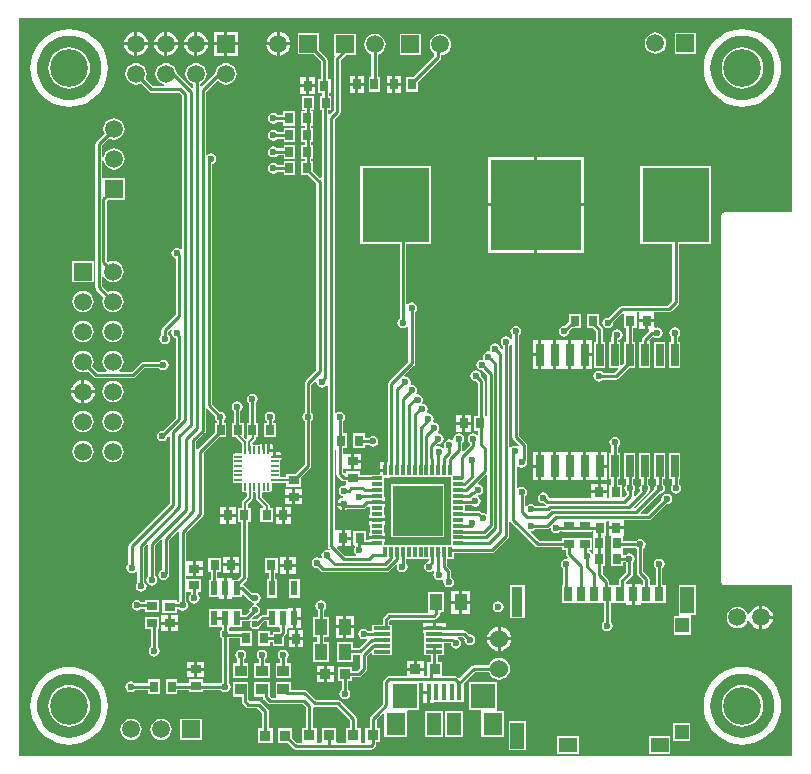
<source format=gtl>
G04*
G04 #@! TF.GenerationSoftware,Altium Limited,Altium Designer,19.0.14 (431)*
G04*
G04 Layer_Physical_Order=1*
G04 Layer_Color=255*
%FSLAX25Y25*%
%MOIN*%
G70*
G01*
G75*
%ADD10C,0.01000*%
%ADD12C,0.00787*%
%ADD52R,0.02756X0.03543*%
%ADD53R,0.03543X0.02756*%
%ADD54R,0.03150X0.03543*%
%ADD55R,0.29921X0.29921*%
%ADD56R,0.22441X0.25000*%
%ADD57R,0.02559X0.07579*%
%ADD58R,0.03543X0.03150*%
%ADD59R,0.16535X0.16535*%
%ADD60R,0.03543X0.01181*%
%ADD61R,0.01181X0.03543*%
G04:AMPARAMS|DCode=62|XSize=25.2mil|YSize=8.66mil|CornerRadius=1.08mil|HoleSize=0mil|Usage=FLASHONLY|Rotation=0.000|XOffset=0mil|YOffset=0mil|HoleType=Round|Shape=RoundedRectangle|*
%AMROUNDEDRECTD62*
21,1,0.02520,0.00650,0,0,0.0*
21,1,0.02303,0.00866,0,0,0.0*
1,1,0.00217,0.01152,-0.00325*
1,1,0.00217,-0.01152,-0.00325*
1,1,0.00217,-0.01152,0.00325*
1,1,0.00217,0.01152,0.00325*
%
%ADD62ROUNDEDRECTD62*%
G04:AMPARAMS|DCode=63|XSize=25.2mil|YSize=8.66mil|CornerRadius=1.08mil|HoleSize=0mil|Usage=FLASHONLY|Rotation=90.000|XOffset=0mil|YOffset=0mil|HoleType=Round|Shape=RoundedRectangle|*
%AMROUNDEDRECTD63*
21,1,0.02520,0.00650,0,0,90.0*
21,1,0.02303,0.00866,0,0,90.0*
1,1,0.00217,0.00325,0.01152*
1,1,0.00217,0.00325,-0.01152*
1,1,0.00217,-0.00325,-0.01152*
1,1,0.00217,-0.00325,0.01152*
%
%ADD63ROUNDEDRECTD63*%
%ADD64R,0.03150X0.04882*%
%ADD65R,0.03740X0.09843*%
%ADD66R,0.04528X0.08661*%
%ADD67R,0.04567X0.04921*%
%ADD68R,0.04567X0.04724*%
%ADD69R,0.05906X0.04528*%
%ADD70R,0.02362X0.04921*%
%ADD71R,0.02362X0.04724*%
%ADD72R,0.04134X0.05512*%
%ADD73R,0.03740X0.03543*%
%ADD74R,0.03937X0.03740*%
%ADD75R,0.05512X0.01181*%
%ADD76R,0.01575X0.05315*%
%ADD77R,0.08268X0.07874*%
%ADD78R,0.06299X0.07480*%
%ADD79R,0.04724X0.07480*%
%ADD80R,0.05906X0.05906*%
%ADD81C,0.05906*%
%ADD82C,0.06000*%
%ADD83R,0.05906X0.05906*%
%ADD84C,0.02362*%
%ADD85C,0.12598*%
G36*
X258731Y182214D02*
X236221D01*
X235795Y182130D01*
X235434Y181889D01*
X235193Y181528D01*
X235109Y181102D01*
Y59055D01*
X235193Y58630D01*
X235434Y58269D01*
X235795Y58028D01*
X236221Y57943D01*
X258731D01*
Y1112D01*
X1112D01*
Y246920D01*
X258731D01*
Y182214D01*
D02*
G37*
%LPC*%
G36*
X87902Y242267D02*
Y238846D01*
X91323D01*
X91253Y239378D01*
X90854Y240340D01*
X90221Y241166D01*
X89395Y241799D01*
X88433Y242197D01*
X87902Y242267D01*
D02*
G37*
G36*
X73953Y242299D02*
X70500D01*
Y238846D01*
X73953D01*
Y242299D01*
D02*
G37*
G36*
X50500Y242267D02*
Y238846D01*
X53921D01*
X53851Y239378D01*
X53453Y240340D01*
X52819Y241166D01*
X51993Y241799D01*
X51032Y242197D01*
X50500Y242267D01*
D02*
G37*
G36*
X40500D02*
Y238846D01*
X43921D01*
X43851Y239378D01*
X43453Y240340D01*
X42819Y241166D01*
X41993Y241799D01*
X41032Y242197D01*
X40500Y242267D01*
D02*
G37*
G36*
X60500D02*
Y238846D01*
X63921D01*
X63851Y239378D01*
X63453Y240340D01*
X62819Y241166D01*
X61993Y241799D01*
X61032Y242197D01*
X60500Y242267D01*
D02*
G37*
G36*
X39500Y242267D02*
X38968Y242197D01*
X38007Y241799D01*
X37181Y241166D01*
X36547Y240340D01*
X36149Y239378D01*
X36079Y238846D01*
X39500D01*
Y242267D01*
D02*
G37*
G36*
X59500D02*
X58968Y242197D01*
X58007Y241799D01*
X57181Y241166D01*
X56547Y240340D01*
X56149Y239378D01*
X56079Y238846D01*
X59500D01*
Y242267D01*
D02*
G37*
G36*
X49500D02*
X48968Y242197D01*
X48007Y241799D01*
X47181Y241166D01*
X46547Y240340D01*
X46149Y239378D01*
X46079Y238846D01*
X49500D01*
Y242267D01*
D02*
G37*
G36*
X86902D02*
X86370Y242197D01*
X85408Y241799D01*
X84582Y241166D01*
X83949Y240340D01*
X83551Y239378D01*
X83481Y238846D01*
X86902D01*
Y242267D01*
D02*
G37*
G36*
X69500Y242299D02*
X66047D01*
Y238846D01*
X69500D01*
Y242299D01*
D02*
G37*
G36*
X226673Y242126D02*
X219587D01*
Y235039D01*
X226673D01*
Y242126D01*
D02*
G37*
G36*
X213130Y242157D02*
X212205Y242035D01*
X211343Y241678D01*
X210603Y241110D01*
X210035Y240370D01*
X209678Y239508D01*
X209556Y238583D01*
X209678Y237658D01*
X210035Y236796D01*
X210603Y236056D01*
X211343Y235488D01*
X212205Y235131D01*
X213130Y235009D01*
X214055Y235131D01*
X214917Y235488D01*
X215657Y236056D01*
X216225Y236796D01*
X216582Y237658D01*
X216704Y238583D01*
X216582Y239508D01*
X216225Y240370D01*
X215657Y241110D01*
X214917Y241678D01*
X214055Y242035D01*
X213130Y242157D01*
D02*
G37*
G36*
X135039Y241732D02*
X127953D01*
Y234646D01*
X135039D01*
Y241732D01*
D02*
G37*
G36*
X59500Y237846D02*
X56079D01*
X56149Y237315D01*
X56547Y236353D01*
X57181Y235527D01*
X58007Y234894D01*
X58968Y234495D01*
X59500Y234425D01*
Y237846D01*
D02*
G37*
G36*
X49500D02*
X46079D01*
X46149Y237315D01*
X46547Y236353D01*
X47181Y235527D01*
X48007Y234894D01*
X48968Y234495D01*
X49500Y234425D01*
Y237846D01*
D02*
G37*
G36*
X39500D02*
X36079D01*
X36149Y237315D01*
X36547Y236353D01*
X37181Y235527D01*
X38007Y234894D01*
X38968Y234495D01*
X39500Y234425D01*
Y237846D01*
D02*
G37*
G36*
X91323D02*
X87902D01*
Y234425D01*
X88433Y234495D01*
X89395Y234894D01*
X90221Y235527D01*
X90854Y236353D01*
X91253Y237315D01*
X91323Y237846D01*
D02*
G37*
G36*
X86902D02*
X83481D01*
X83551Y237315D01*
X83949Y236353D01*
X84582Y235527D01*
X85408Y234894D01*
X86370Y234495D01*
X86902Y234425D01*
Y237846D01*
D02*
G37*
G36*
X63921D02*
X60500D01*
Y234425D01*
X61032Y234495D01*
X61993Y234894D01*
X62819Y235527D01*
X63453Y236353D01*
X63851Y237315D01*
X63921Y237846D01*
D02*
G37*
G36*
X53921D02*
X50500D01*
Y234425D01*
X51032Y234495D01*
X51993Y234894D01*
X52819Y235527D01*
X53453Y236353D01*
X53851Y237315D01*
X53921Y237846D01*
D02*
G37*
G36*
X43921D02*
X40500D01*
Y234425D01*
X41032Y234495D01*
X41993Y234894D01*
X42819Y235527D01*
X43453Y236353D01*
X43851Y237315D01*
X43921Y237846D01*
D02*
G37*
G36*
X73953D02*
X70500D01*
Y234394D01*
X73953D01*
Y237846D01*
D02*
G37*
G36*
X69500D02*
X66047D01*
Y234394D01*
X69500D01*
Y237846D01*
D02*
G37*
G36*
X128362Y227575D02*
X126484D01*
Y225303D01*
X128362D01*
Y227575D01*
D02*
G37*
G36*
X115961D02*
X114083D01*
Y225303D01*
X115961D01*
Y227575D01*
D02*
G37*
G36*
X125484D02*
X123606D01*
Y225303D01*
X125484D01*
Y227575D01*
D02*
G37*
G36*
X113083D02*
X111205D01*
Y225303D01*
X113083D01*
Y227575D01*
D02*
G37*
G36*
X99819Y227181D02*
X97744D01*
Y224909D01*
X99819D01*
Y227181D01*
D02*
G37*
G36*
X96744D02*
X94669D01*
Y224909D01*
X96744D01*
Y227181D01*
D02*
G37*
G36*
X70000Y231920D02*
X69075Y231799D01*
X68213Y231441D01*
X67473Y230874D01*
X66905Y230133D01*
X66548Y229272D01*
X66453Y228553D01*
X66143Y228345D01*
X66143Y228345D01*
X61848Y224051D01*
X61348Y224258D01*
Y225070D01*
X61787Y225251D01*
X62527Y225819D01*
X63095Y226559D01*
X63452Y227421D01*
X63574Y228346D01*
X63452Y229272D01*
X63095Y230133D01*
X62527Y230874D01*
X61787Y231441D01*
X60925Y231799D01*
X60000Y231920D01*
X59075Y231799D01*
X58213Y231441D01*
X57473Y230874D01*
X56905Y230133D01*
X56548Y229272D01*
X56426Y228346D01*
X56548Y227421D01*
X56905Y226559D01*
X57473Y225819D01*
X58213Y225251D01*
X59075Y224894D01*
X59124Y224888D01*
Y223864D01*
X58624Y223657D01*
X53519Y228762D01*
X53452Y229272D01*
X53095Y230133D01*
X52527Y230874D01*
X51787Y231441D01*
X50925Y231799D01*
X50000Y231920D01*
X49075Y231799D01*
X48213Y231441D01*
X47473Y230874D01*
X46905Y230133D01*
X46548Y229272D01*
X46426Y228346D01*
X46548Y227421D01*
X46905Y226559D01*
X47473Y225819D01*
X48213Y225251D01*
X49075Y224894D01*
X49486Y224840D01*
X49453Y224340D01*
X45579D01*
X43172Y226747D01*
X43452Y227421D01*
X43574Y228346D01*
X43452Y229272D01*
X43095Y230133D01*
X42527Y230874D01*
X41787Y231441D01*
X40925Y231799D01*
X40000Y231920D01*
X39075Y231799D01*
X38213Y231441D01*
X37473Y230874D01*
X36905Y230133D01*
X36548Y229272D01*
X36426Y228346D01*
X36548Y227421D01*
X36905Y226559D01*
X37473Y225819D01*
X38213Y225251D01*
X39075Y224894D01*
X40000Y224773D01*
X40925Y224894D01*
X41600Y225174D01*
X44332Y222442D01*
X44693Y222201D01*
X45118Y222116D01*
X45118Y222116D01*
X54264D01*
X55203Y221177D01*
Y170040D01*
X54703Y169860D01*
X54235Y170173D01*
X53543Y170310D01*
X52852Y170173D01*
X52266Y169781D01*
X51875Y169195D01*
X51737Y168504D01*
X51875Y167813D01*
X52266Y167227D01*
X52852Y166835D01*
X53219Y166762D01*
Y148098D01*
X48823Y143702D01*
X48581Y143341D01*
X48497Y142916D01*
X48497Y142916D01*
Y141355D01*
X48331Y141245D01*
X47940Y140659D01*
X47802Y139968D01*
X47940Y139276D01*
X48331Y138690D01*
X48917Y138299D01*
X49609Y138161D01*
X50300Y138299D01*
X50886Y138690D01*
X51278Y139276D01*
X51415Y139968D01*
X51278Y140659D01*
X50886Y141245D01*
X50721Y141355D01*
Y142455D01*
X51657Y143391D01*
X52045Y143072D01*
X51875Y142817D01*
X51737Y142126D01*
X51875Y141435D01*
X52266Y140849D01*
X52852Y140457D01*
X53219Y140384D01*
Y113630D01*
X49014Y109425D01*
X48819Y109464D01*
X48128Y109326D01*
X47542Y108935D01*
X47150Y108349D01*
X47012Y107658D01*
X47150Y106966D01*
X47542Y106380D01*
X48128Y105989D01*
X48819Y105851D01*
X49510Y105989D01*
X50096Y106380D01*
X50488Y106966D01*
X50611Y107587D01*
X50750Y107731D01*
X50766Y107731D01*
X51250Y107452D01*
Y85106D01*
X37796Y71652D01*
X37555Y71292D01*
X37471Y70866D01*
X37471Y70866D01*
Y65167D01*
X37305Y65057D01*
X36914Y64471D01*
X36776Y63779D01*
X36914Y63088D01*
X37305Y62502D01*
X37891Y62111D01*
X38583Y61973D01*
X39274Y62111D01*
X39860Y62502D01*
X39963Y62656D01*
X40463Y62505D01*
Y58763D01*
X40455Y58758D01*
X40063Y58172D01*
X39926Y57480D01*
X40063Y56789D01*
X40455Y56203D01*
X41041Y55812D01*
X41732Y55674D01*
X42423Y55812D01*
X43010Y56203D01*
X43401Y56789D01*
X43539Y57480D01*
X43401Y58172D01*
X43010Y58758D01*
X42687Y58973D01*
Y70642D01*
X43664Y71619D01*
X44164Y71412D01*
Y60969D01*
X43998Y60859D01*
X43607Y60273D01*
X43469Y59581D01*
X43607Y58890D01*
X43998Y58304D01*
X44584Y57912D01*
X45276Y57775D01*
X45967Y57912D01*
X46553Y58304D01*
X46944Y58890D01*
X47082Y59581D01*
X46944Y60273D01*
X46553Y60859D01*
X46387Y60969D01*
Y71201D01*
X48309Y73123D01*
X48809Y72916D01*
Y63143D01*
X48521Y63086D01*
X47935Y62695D01*
X47544Y62109D01*
X47406Y61417D01*
X47544Y60726D01*
X47935Y60140D01*
X48521Y59749D01*
X49213Y59611D01*
X49904Y59749D01*
X50490Y60140D01*
X50881Y60726D01*
X51019Y61417D01*
X50987Y61578D01*
X51033Y61811D01*
Y72945D01*
X53918Y75830D01*
X54198Y75748D01*
X54400Y75604D01*
Y52569D01*
X54234Y52458D01*
X54124Y52293D01*
X53543D01*
Y52953D01*
X48819D01*
Y48622D01*
X53543D01*
Y50069D01*
X54124D01*
X54234Y49904D01*
X54821Y49512D01*
X55512Y49375D01*
X56203Y49512D01*
X56789Y49904D01*
X57181Y50490D01*
X57318Y51181D01*
X57181Y51872D01*
X56789Y52458D01*
X56624Y52569D01*
Y55619D01*
X57087Y55709D01*
X57124Y55709D01*
X58337D01*
Y54931D01*
X58171Y54821D01*
X57780Y54235D01*
X57643Y53543D01*
X57780Y52852D01*
X58171Y52266D01*
X58758Y51875D01*
X59449Y51737D01*
X60140Y51875D01*
X60726Y52266D01*
X61118Y52852D01*
X61255Y53543D01*
X61118Y54235D01*
X60726Y54821D01*
X60561Y54931D01*
Y55709D01*
X61811D01*
Y60039D01*
X57124D01*
X57087Y60039D01*
X56624Y60129D01*
Y60333D01*
X56677Y60811D01*
X57124Y60811D01*
X58949D01*
Y63386D01*
Y65961D01*
X56677Y65961D01*
X56624Y66439D01*
Y75228D01*
X62204Y80808D01*
X62204Y80808D01*
X62445Y81169D01*
X62529Y81595D01*
Y101988D01*
X67805Y107264D01*
X70169D01*
Y111988D01*
X69267D01*
Y112599D01*
X69388Y112679D01*
X69779Y113265D01*
X69917Y113957D01*
X69779Y114648D01*
X69388Y115234D01*
X68801Y115626D01*
X68110Y115763D01*
X67915Y115724D01*
X65285Y118354D01*
Y198258D01*
X65652Y198331D01*
X66238Y198723D01*
X66629Y199309D01*
X66767Y200000D01*
X66629Y200691D01*
X66238Y201277D01*
X65652Y201669D01*
X64961Y201806D01*
X64269Y201669D01*
X63817Y201366D01*
X63317Y201560D01*
Y222374D01*
X66896Y225954D01*
X67395Y225921D01*
X67473Y225819D01*
X68213Y225251D01*
X69075Y224894D01*
X70000Y224773D01*
X70925Y224894D01*
X71787Y225251D01*
X72527Y225819D01*
X73095Y226559D01*
X73452Y227421D01*
X73574Y228346D01*
X73452Y229272D01*
X73095Y230133D01*
X72527Y230874D01*
X71787Y231441D01*
X70925Y231799D01*
X70000Y231920D01*
D02*
G37*
G36*
X141496Y241763D02*
X140571Y241641D01*
X139709Y241284D01*
X138969Y240716D01*
X138401Y239976D01*
X138044Y239114D01*
X137922Y238189D01*
X138044Y237264D01*
X138401Y236402D01*
X138969Y235662D01*
X139445Y235296D01*
Y234325D01*
X132286Y227165D01*
X129921D01*
Y222441D01*
X133858D01*
Y225593D01*
X141344Y233078D01*
X141585Y233439D01*
X141669Y233864D01*
Y234638D01*
X142421Y234737D01*
X143283Y235094D01*
X144023Y235662D01*
X144591Y236402D01*
X144948Y237264D01*
X145070Y238189D01*
X144948Y239114D01*
X144591Y239976D01*
X144023Y240716D01*
X143283Y241284D01*
X142421Y241641D01*
X141496Y241763D01*
D02*
G37*
G36*
X119638D02*
X118713Y241641D01*
X117851Y241284D01*
X117111Y240716D01*
X116543Y239976D01*
X116186Y239114D01*
X116064Y238189D01*
X116186Y237264D01*
X116543Y236402D01*
X117111Y235662D01*
X117851Y235094D01*
X118451Y234845D01*
Y227165D01*
X117520D01*
Y222441D01*
X121457D01*
Y227165D01*
X120675D01*
Y234783D01*
X121425Y235094D01*
X122165Y235662D01*
X122733Y236402D01*
X123090Y237264D01*
X123212Y238189D01*
X123090Y239114D01*
X122733Y239976D01*
X122165Y240716D01*
X121425Y241284D01*
X120563Y241641D01*
X119638Y241763D01*
D02*
G37*
G36*
X128362Y224303D02*
X126484D01*
Y222031D01*
X128362D01*
Y224303D01*
D02*
G37*
G36*
X125484D02*
X123606D01*
Y222031D01*
X125484D01*
Y224303D01*
D02*
G37*
G36*
X115961D02*
X114083D01*
Y222031D01*
X115961D01*
Y224303D01*
D02*
G37*
G36*
X113083D02*
X111205D01*
Y222031D01*
X113083D01*
Y224303D01*
D02*
G37*
G36*
X99819Y223909D02*
X97744D01*
Y221638D01*
X99819D01*
Y223909D01*
D02*
G37*
G36*
X96744D02*
X94669D01*
Y221638D01*
X96744D01*
Y223909D01*
D02*
G37*
G36*
X242126Y243256D02*
X240102Y243097D01*
X238127Y242623D01*
X236251Y241846D01*
X234519Y240785D01*
X232975Y239466D01*
X231656Y237922D01*
X230595Y236190D01*
X229818Y234314D01*
X229344Y232339D01*
X229185Y230315D01*
X229344Y228291D01*
X229818Y226316D01*
X230595Y224440D01*
X231656Y222708D01*
X232975Y221164D01*
X234519Y219845D01*
X236251Y218784D01*
X238127Y218007D01*
X240102Y217533D01*
X242126Y217373D01*
X244150Y217533D01*
X246125Y218007D01*
X248001Y218784D01*
X249733Y219845D01*
X251277Y221164D01*
X252596Y222708D01*
X253657Y224440D01*
X254434Y226316D01*
X254908Y228291D01*
X255067Y230315D01*
X254908Y232339D01*
X254434Y234314D01*
X253657Y236190D01*
X252596Y237922D01*
X251277Y239466D01*
X249733Y240785D01*
X248001Y241846D01*
X246125Y242623D01*
X244150Y243097D01*
X242126Y243256D01*
D02*
G37*
G36*
X17717D02*
X15692Y243097D01*
X13717Y242623D01*
X11841Y241846D01*
X10110Y240785D01*
X8566Y239466D01*
X7247Y237922D01*
X6186Y236190D01*
X5409Y234314D01*
X4934Y232339D01*
X4775Y230315D01*
X4934Y228291D01*
X5409Y226316D01*
X6186Y224440D01*
X7247Y222708D01*
X8566Y221164D01*
X10110Y219845D01*
X11841Y218784D01*
X13717Y218007D01*
X15692Y217533D01*
X17717Y217373D01*
X19741Y217533D01*
X21716Y218007D01*
X23592Y218784D01*
X25323Y219845D01*
X26867Y221164D01*
X28186Y222708D01*
X29247Y224440D01*
X30025Y226316D01*
X30499Y228291D01*
X30658Y230315D01*
X30499Y232339D01*
X30025Y234314D01*
X29247Y236190D01*
X28186Y237922D01*
X26867Y239466D01*
X25323Y240785D01*
X23592Y241846D01*
X21716Y242623D01*
X19741Y243097D01*
X17717Y243256D01*
D02*
G37*
G36*
X93004Y215846D02*
X89067D01*
Y214596D01*
X87215D01*
X87104Y214761D01*
X86518Y215153D01*
X85827Y215291D01*
X85136Y215153D01*
X84549Y214761D01*
X84158Y214176D01*
X84020Y213484D01*
X84158Y212793D01*
X84549Y212207D01*
X85136Y211815D01*
X85827Y211678D01*
X86518Y211815D01*
X87104Y212207D01*
X87215Y212372D01*
X89067D01*
Y211122D01*
X93004D01*
Y215846D01*
D02*
G37*
G36*
X93110Y210236D02*
X89173D01*
Y208986D01*
X87215D01*
X87104Y209151D01*
X86518Y209543D01*
X85827Y209680D01*
X85136Y209543D01*
X84549Y209151D01*
X84158Y208565D01*
X84020Y207874D01*
X84158Y207183D01*
X84549Y206597D01*
X85136Y206205D01*
X85827Y206068D01*
X86518Y206205D01*
X87104Y206597D01*
X87215Y206762D01*
X89173D01*
Y205512D01*
X93110D01*
Y210236D01*
D02*
G37*
G36*
X32677Y213574D02*
X31752Y213452D01*
X30890Y213095D01*
X30150Y212527D01*
X29582Y211787D01*
X29225Y210925D01*
X29103Y210000D01*
X29225Y209075D01*
X29505Y208400D01*
X26773Y205668D01*
X26532Y205307D01*
X26447Y204882D01*
X26447Y204882D01*
Y157165D01*
X26447Y157165D01*
X26532Y156740D01*
X26773Y156379D01*
X29154Y153998D01*
X28875Y153323D01*
X28753Y152398D01*
X28875Y151473D01*
X29232Y150611D01*
X29800Y149871D01*
X30540Y149303D01*
X31402Y148945D01*
X32327Y148824D01*
X33252Y148945D01*
X34114Y149303D01*
X34854Y149871D01*
X35422Y150611D01*
X35779Y151473D01*
X35901Y152398D01*
X35779Y153323D01*
X35422Y154185D01*
X34854Y154925D01*
X34114Y155493D01*
X33252Y155850D01*
X32327Y155972D01*
X31402Y155850D01*
X30727Y155570D01*
X28671Y157626D01*
Y160658D01*
X29171Y160757D01*
X29232Y160611D01*
X29800Y159871D01*
X30540Y159303D01*
X31402Y158946D01*
X32327Y158824D01*
X33252Y158946D01*
X34114Y159303D01*
X34854Y159871D01*
X35422Y160611D01*
X35779Y161473D01*
X35901Y162398D01*
X35779Y163323D01*
X35422Y164185D01*
X34854Y164925D01*
X34114Y165493D01*
X33252Y165850D01*
X32327Y165972D01*
X31402Y165850D01*
X30727Y165570D01*
X30261Y166035D01*
Y186012D01*
X30706Y186457D01*
X36220D01*
Y193543D01*
X29134D01*
Y193543D01*
X28671Y193633D01*
Y199453D01*
X29171Y199486D01*
X29225Y199075D01*
X29582Y198213D01*
X30150Y197473D01*
X30890Y196905D01*
X31752Y196548D01*
X32677Y196426D01*
X33602Y196548D01*
X34464Y196905D01*
X35204Y197473D01*
X35772Y198213D01*
X36129Y199075D01*
X36251Y200000D01*
X36129Y200925D01*
X35772Y201787D01*
X35204Y202527D01*
X34464Y203095D01*
X33602Y203452D01*
X32677Y203574D01*
X31752Y203452D01*
X30890Y203095D01*
X30150Y202527D01*
X29582Y201787D01*
X29225Y200925D01*
X29171Y200514D01*
X28671Y200547D01*
Y204421D01*
X31077Y206827D01*
X31752Y206548D01*
X32677Y206426D01*
X33602Y206548D01*
X34464Y206905D01*
X35204Y207473D01*
X35772Y208213D01*
X36129Y209075D01*
X36251Y210000D01*
X36129Y210925D01*
X35772Y211787D01*
X35204Y212527D01*
X34464Y213095D01*
X33602Y213452D01*
X32677Y213574D01*
D02*
G37*
G36*
X93110Y204724D02*
X89173D01*
Y203474D01*
X87215D01*
X87104Y203640D01*
X86518Y204031D01*
X85827Y204169D01*
X85136Y204031D01*
X84549Y203640D01*
X84158Y203053D01*
X84020Y202362D01*
X84158Y201671D01*
X84549Y201085D01*
X85136Y200693D01*
X85827Y200556D01*
X86518Y200693D01*
X87104Y201085D01*
X87215Y201250D01*
X89173D01*
Y200000D01*
X93110D01*
Y204724D01*
D02*
G37*
G36*
Y199213D02*
X89173D01*
Y197962D01*
X87215D01*
X87104Y198128D01*
X86518Y198519D01*
X85827Y198657D01*
X85136Y198519D01*
X84549Y198128D01*
X84158Y197542D01*
X84020Y196850D01*
X84158Y196159D01*
X84549Y195573D01*
X85136Y195182D01*
X85827Y195044D01*
X86518Y195182D01*
X87104Y195573D01*
X87215Y195738D01*
X89173D01*
Y194488D01*
X93110D01*
Y199213D01*
D02*
G37*
G36*
X100945Y241890D02*
X93858D01*
Y234803D01*
X99372D01*
X101644Y232531D01*
Y226772D01*
X100591D01*
Y222047D01*
X102089D01*
Y221071D01*
X101232D01*
Y216347D01*
X101866D01*
Y193863D01*
X101405Y193672D01*
X99016Y196061D01*
Y199213D01*
X98401D01*
Y200000D01*
X99016D01*
Y204724D01*
X98401D01*
Y205512D01*
X99016D01*
Y210236D01*
X98401D01*
Y211122D01*
X98909D01*
Y215846D01*
X98401D01*
Y216347D01*
X99264D01*
Y221071D01*
X95327D01*
Y216347D01*
X96177D01*
Y215846D01*
X94972D01*
Y211122D01*
X96177D01*
Y210236D01*
X95079D01*
Y205512D01*
X96177D01*
Y204724D01*
X95079D01*
Y200000D01*
X96177D01*
Y199213D01*
X95079D01*
Y194488D01*
X97443D01*
X100069Y191862D01*
Y129594D01*
X96509Y126034D01*
X96268Y125674D01*
X96183Y125248D01*
X96183Y125248D01*
Y115345D01*
X96018Y115234D01*
X95626Y114648D01*
X95489Y113957D01*
X95626Y113265D01*
X96018Y112679D01*
X96183Y112569D01*
Y98201D01*
X93061Y95079D01*
X90158D01*
Y93968D01*
X88316D01*
X88155Y94163D01*
Y94813D01*
X88101Y95086D01*
X87974Y95276D01*
X88101Y95465D01*
X88155Y95738D01*
Y96388D01*
X88101Y96661D01*
X87974Y96850D01*
X88101Y97040D01*
X88155Y97313D01*
Y97963D01*
X88101Y98235D01*
X87974Y98425D01*
X88101Y98615D01*
X88155Y98888D01*
Y99537D01*
X88143Y99598D01*
X88242Y99664D01*
X88487Y100030D01*
X88538Y100287D01*
X86291D01*
Y100787D01*
X85791D01*
Y102242D01*
X85601D01*
Y102433D01*
X84146D01*
Y102933D01*
X83646D01*
Y105180D01*
X83389Y105129D01*
X83358Y105108D01*
X83328Y105129D01*
X83071Y105180D01*
Y102933D01*
X82071D01*
Y105180D01*
X81814Y105129D01*
X81447Y104884D01*
X81381Y104785D01*
X81321Y104797D01*
X80671D01*
X80399Y104743D01*
X80209Y104616D01*
X80019Y104743D01*
X79746Y104797D01*
X79097D01*
X78807Y105249D01*
Y105277D01*
X79737Y106208D01*
X79955Y106533D01*
X80031Y106917D01*
Y107264D01*
X80799D01*
Y111988D01*
X79943D01*
Y118474D01*
X80108Y118585D01*
X80500Y119171D01*
X80637Y119862D01*
X80500Y120554D01*
X80108Y121140D01*
X79522Y121531D01*
X78831Y121669D01*
X78139Y121531D01*
X77553Y121140D01*
X77162Y120554D01*
X77024Y119862D01*
X77162Y119171D01*
X77553Y118585D01*
X77719Y118474D01*
Y111988D01*
X76862D01*
Y107264D01*
X76862D01*
X77085Y106792D01*
X76570Y106770D01*
X76075Y107266D01*
Y111988D01*
X74832D01*
Y116033D01*
X74998Y116144D01*
X75389Y116730D01*
X75527Y117421D01*
X75389Y118113D01*
X74998Y118699D01*
X74412Y119090D01*
X73721Y119228D01*
X73029Y119090D01*
X72443Y118699D01*
X72052Y118113D01*
X71914Y117421D01*
X72052Y116730D01*
X72443Y116144D01*
X72609Y116033D01*
Y111988D01*
X72138D01*
Y107264D01*
X73343D01*
X73554Y106948D01*
X75225Y105277D01*
Y102976D01*
X75234Y102928D01*
Y101825D01*
X72974D01*
X72702Y101770D01*
X72471Y101616D01*
X72316Y101385D01*
X72262Y101112D01*
Y100463D01*
X72316Y100190D01*
X72443Y100000D01*
X72316Y99810D01*
X72262Y99537D01*
Y98888D01*
X72316Y98615D01*
X72443Y98425D01*
X72316Y98235D01*
X72262Y97963D01*
Y97313D01*
X72316Y97040D01*
X72443Y96850D01*
X72316Y96661D01*
X72262Y96388D01*
Y95738D01*
X72316Y95465D01*
X72443Y95276D01*
X72316Y95086D01*
X72262Y94813D01*
Y94163D01*
X72316Y93891D01*
X72443Y93701D01*
X72316Y93511D01*
X72262Y93238D01*
Y92589D01*
X72316Y92316D01*
X72471Y92085D01*
X72702Y91930D01*
X72974Y91876D01*
X75234D01*
Y89616D01*
X75289Y89344D01*
X75443Y89112D01*
X75674Y88958D01*
X75947Y88904D01*
X76596D01*
X76843Y88701D01*
Y87317D01*
X75464Y85938D01*
X75246Y85612D01*
X75170Y85228D01*
Y83543D01*
X73972D01*
Y78819D01*
X74963D01*
Y61000D01*
X73715Y59752D01*
X71957D01*
Y60161D01*
X70276D01*
Y56799D01*
Y53437D01*
X71957D01*
Y53847D01*
X75287D01*
Y54770D01*
X75749Y54962D01*
X77954Y52757D01*
X77954Y52757D01*
X78315Y52516D01*
X78388Y52501D01*
X78545Y52266D01*
X79132Y51875D01*
X79476Y51806D01*
X79482Y51805D01*
Y51295D01*
X79459Y51291D01*
X78927Y51185D01*
X78341Y50793D01*
X77949Y50207D01*
X77812Y49516D01*
X77851Y49321D01*
X76599Y48069D01*
X75287D01*
Y49909D01*
X72047D01*
X71744Y49909D01*
X71244Y49909D01*
X68004D01*
Y49909D01*
X67807D01*
Y49909D01*
X64264D01*
Y44004D01*
X67807D01*
Y44004D01*
X68004D01*
Y44004D01*
X68648D01*
Y43045D01*
X68483Y42935D01*
X68091Y42349D01*
X67953Y41658D01*
X68091Y40966D01*
X68483Y40380D01*
X68672Y40253D01*
Y25395D01*
X68531Y25301D01*
X68421Y25135D01*
X64571D01*
X64554Y25132D01*
X64538Y25135D01*
X62295D01*
Y26484D01*
X57571D01*
Y25135D01*
X53831D01*
Y26484D01*
X49894D01*
Y21760D01*
X53831D01*
Y22912D01*
X57571D01*
Y22153D01*
X62295D01*
Y22912D01*
X64538D01*
X64554Y22915D01*
X64571Y22912D01*
X68421D01*
X68531Y22746D01*
X69117Y22355D01*
X69809Y22217D01*
X70500Y22355D01*
X71086Y22746D01*
X71478Y23332D01*
X71615Y24024D01*
X71478Y24715D01*
X71086Y25301D01*
X70896Y25428D01*
Y40286D01*
X70943Y40317D01*
X74803D01*
Y37795D01*
X78740D01*
Y42520D01*
X76001D01*
X75894Y42541D01*
X75894Y42541D01*
X71300D01*
X71037Y42935D01*
X70872Y43045D01*
Y43650D01*
X71225Y44004D01*
X71547D01*
X72047Y44004D01*
X75287D01*
Y45845D01*
X77059D01*
X77059Y45845D01*
X77485Y45929D01*
X77845Y46170D01*
X77968Y46293D01*
X78356Y45974D01*
X78154Y45672D01*
X78017Y44980D01*
X78154Y44289D01*
X78545Y43703D01*
X79132Y43312D01*
X79823Y43174D01*
X80514Y43312D01*
X81100Y43703D01*
X81492Y44289D01*
X81565Y44658D01*
X82752Y45845D01*
X83555D01*
Y43905D01*
X86795D01*
X87098Y43905D01*
X87601Y43905D01*
X87955Y43552D01*
Y42496D01*
X87880Y42421D01*
X85516D01*
Y41269D01*
X84646D01*
Y42520D01*
X80709D01*
Y37795D01*
X84646D01*
Y39046D01*
X85516D01*
Y37697D01*
X89453D01*
Y40849D01*
X89853Y41249D01*
X89853Y41249D01*
X90094Y41610D01*
X90179Y42035D01*
X90179Y42035D01*
Y43368D01*
X90626Y43496D01*
Y43496D01*
X92307D01*
Y46957D01*
Y50417D01*
X90626D01*
Y50008D01*
X87598D01*
X87295Y50008D01*
X86795Y50008D01*
X83555D01*
Y48069D01*
X82291D01*
X81866Y47984D01*
X81505Y47743D01*
X81505Y47743D01*
X80428Y46666D01*
X79823Y46787D01*
X79132Y46649D01*
X78829Y46447D01*
X78510Y46835D01*
X79423Y47748D01*
X79618Y47709D01*
X80309Y47847D01*
X80895Y48239D01*
X81287Y48825D01*
X81424Y49516D01*
X81287Y50207D01*
X80895Y50793D01*
X80309Y51185D01*
X79965Y51253D01*
X79959Y51254D01*
Y51764D01*
X79982Y51769D01*
X80514Y51875D01*
X81100Y52266D01*
X81492Y52852D01*
X81629Y53543D01*
X81492Y54235D01*
X81100Y54821D01*
X80514Y55212D01*
X79823Y55350D01*
X79132Y55212D01*
X78839Y55017D01*
X76271Y57586D01*
X75910Y57827D01*
X75686Y57871D01*
X75506Y58345D01*
X75509Y58401D01*
X76861Y59753D01*
X76861Y59753D01*
X77102Y60114D01*
X77187Y60539D01*
X77187Y60539D01*
Y78819D01*
X78303D01*
Y83543D01*
X77177D01*
Y84813D01*
X78556Y86192D01*
X78774Y86518D01*
X78850Y86902D01*
Y88701D01*
X79097Y88904D01*
X79746D01*
X79993Y88701D01*
Y86968D01*
X80069Y86585D01*
X80287Y86259D01*
X82502Y84043D01*
X82343Y83543D01*
X81453D01*
Y78819D01*
X85783D01*
Y83543D01*
X84622D01*
Y84346D01*
X84545Y84730D01*
X84328Y85056D01*
X82000Y87384D01*
Y88701D01*
X82246Y88904D01*
X82896D01*
X83168Y88958D01*
X83358Y89085D01*
X83548Y88958D01*
X83821Y88904D01*
X84470D01*
X84743Y88958D01*
X84974Y89112D01*
X85129Y89344D01*
X85183Y89616D01*
Y91876D01*
X87443D01*
X87716Y91930D01*
X87762Y91961D01*
X90158D01*
Y90748D01*
X94882D01*
Y93754D01*
X98081Y96954D01*
X98081Y96954D01*
X98323Y97315D01*
X98407Y97740D01*
Y112569D01*
X98573Y112679D01*
X98964Y113265D01*
X99102Y113957D01*
X98964Y114648D01*
X98573Y115234D01*
X98407Y115345D01*
Y124787D01*
X99639Y126020D01*
X100100Y125773D01*
X100064Y125591D01*
X100201Y124899D01*
X100593Y124313D01*
X101179Y123922D01*
X101870Y123784D01*
X102561Y123922D01*
X103147Y124313D01*
X103242Y124454D01*
X103921Y124571D01*
X104006Y124507D01*
X104006Y70866D01*
X104006Y70866D01*
X104091Y70441D01*
X104332Y70080D01*
X104548Y69864D01*
X104235Y69472D01*
X103543Y69609D01*
X102852Y69472D01*
X102266Y69080D01*
X101874Y68494D01*
X101737Y67803D01*
X101855Y67211D01*
X101610Y66968D01*
X101450Y66881D01*
X101085Y67124D01*
X100394Y67262D01*
X99702Y67124D01*
X99116Y66733D01*
X98725Y66146D01*
X98587Y65455D01*
X98725Y64764D01*
X99116Y64178D01*
X99702Y63786D01*
X100394Y63649D01*
X100589Y63688D01*
X101677Y62600D01*
X102038Y62359D01*
X102463Y62274D01*
X123622D01*
X123622Y62274D01*
X124048Y62359D01*
X124408Y62600D01*
X126558Y64749D01*
X127019Y64503D01*
X126934Y64075D01*
X127071Y63384D01*
X127463Y62797D01*
X128049Y62406D01*
X128740Y62268D01*
X129431Y62406D01*
X130017Y62797D01*
X130409Y63384D01*
X130546Y64075D01*
X130409Y64766D01*
X130049Y65305D01*
Y66713D01*
X137668D01*
Y65916D01*
X137627Y65875D01*
X137104Y65771D01*
X136518Y65380D01*
X136126Y64794D01*
X135989Y64102D01*
X136126Y63411D01*
X136518Y62825D01*
X137104Y62433D01*
X137795Y62296D01*
X138487Y62433D01*
X138831Y62664D01*
X139406Y62494D01*
X139407Y62493D01*
X139468Y62297D01*
X139276Y62010D01*
X139138Y61319D01*
X139276Y60628D01*
X139668Y60042D01*
X140254Y59650D01*
X140945Y59513D01*
X141636Y59650D01*
X142095Y59957D01*
X142189Y59910D01*
X142500Y59626D01*
X142387Y59055D01*
X142524Y58364D01*
X142916Y57778D01*
X143502Y57386D01*
X144193Y57249D01*
X144884Y57386D01*
X145470Y57778D01*
X145862Y58364D01*
X145999Y59055D01*
X145862Y59746D01*
X145470Y60332D01*
X145130Y60560D01*
Y62675D01*
X145045Y63101D01*
X144804Y63462D01*
X144804Y63462D01*
X143828Y64437D01*
Y66713D01*
X145866D01*
Y68573D01*
X158661D01*
X158661Y68573D01*
X159087Y68658D01*
X159448Y68899D01*
X164172Y73623D01*
X164172Y73623D01*
X164413Y73984D01*
X164498Y74410D01*
Y78829D01*
X164998Y78981D01*
X165037Y78922D01*
X173072Y70887D01*
X173072Y70887D01*
X173433Y70646D01*
X173858Y70561D01*
X182047D01*
Y69705D01*
X183298D01*
Y68327D01*
X183298Y68327D01*
X183382Y67901D01*
X183623Y67541D01*
X183992Y67172D01*
X183746Y66711D01*
X183465Y66767D01*
X182773Y66629D01*
X182187Y66238D01*
X181796Y65652D01*
X181658Y64961D01*
X181796Y64269D01*
X182187Y63683D01*
X182353Y63573D01*
Y57874D01*
X181988D01*
Y51811D01*
X185819D01*
X186319Y51811D01*
X186819Y51811D01*
X194480D01*
X194980Y51811D01*
Y51811D01*
X194980D01*
Y51811D01*
X196034D01*
Y45745D01*
X195770Y45569D01*
X195378Y44983D01*
X195241Y44291D01*
X195378Y43600D01*
X195770Y43014D01*
X196356Y42623D01*
X197047Y42485D01*
X197739Y42623D01*
X198325Y43014D01*
X198716Y43600D01*
X198854Y44291D01*
X198716Y44983D01*
X198325Y45569D01*
X198258Y45613D01*
Y51811D01*
X198811D01*
X199311Y51811D01*
Y51811D01*
X199311D01*
Y51811D01*
X203232D01*
Y51402D01*
X205307D01*
Y54843D01*
Y58284D01*
X203232D01*
X203179Y58761D01*
Y58988D01*
X205274Y61084D01*
X205516Y61445D01*
X205600Y61870D01*
X205600Y61870D01*
Y65364D01*
X205766Y65475D01*
X206157Y66061D01*
X206294Y66752D01*
X206157Y67443D01*
X205766Y68029D01*
X205179Y68421D01*
X204488Y68558D01*
X203797Y68421D01*
X203211Y68029D01*
X203100Y67864D01*
X202323D01*
Y69114D01*
X202323D01*
X202323Y69508D01*
X202323D01*
Y70364D01*
X206644D01*
X206754Y70199D01*
X206920Y70089D01*
Y62047D01*
X206920Y62047D01*
X207004Y61622D01*
X207245Y61261D01*
X209026Y59480D01*
Y57874D01*
X208382D01*
Y58284D01*
X206307D01*
Y54843D01*
Y51402D01*
X208382D01*
Y51811D01*
X211803D01*
X212303Y51811D01*
X212803Y51811D01*
X216634D01*
Y57874D01*
X215482D01*
Y60823D01*
Y63482D01*
X215647Y63593D01*
X216039Y64179D01*
X216176Y64870D01*
X216039Y65561D01*
X215647Y66147D01*
X215061Y66539D01*
X214370Y66676D01*
X213679Y66539D01*
X213093Y66147D01*
X212701Y65561D01*
X212564Y64870D01*
X212701Y64179D01*
X213093Y63593D01*
X213258Y63482D01*
Y60823D01*
Y58228D01*
X212905Y57874D01*
X212303Y57874D01*
X211803Y57874D01*
X211250D01*
Y59941D01*
X211250Y59941D01*
X211165Y60366D01*
X210924Y60727D01*
X210924Y60727D01*
X209143Y62508D01*
Y70089D01*
X209309Y70199D01*
X209700Y70785D01*
X209838Y71476D01*
X209700Y72168D01*
X209309Y72754D01*
X208723Y73145D01*
X208032Y73283D01*
X207340Y73145D01*
X206754Y72754D01*
X206644Y72588D01*
X202323D01*
Y74217D01*
X202732D01*
Y76488D01*
X200157D01*
X197583D01*
Y74217D01*
X198386D01*
Y69508D01*
X198386D01*
X198386Y69114D01*
X198386D01*
Y64390D01*
X202323D01*
Y65640D01*
X203100D01*
X203211Y65475D01*
X203376Y65364D01*
Y62331D01*
X201281Y60235D01*
X201040Y59874D01*
X200955Y59449D01*
X200955Y59449D01*
Y57874D01*
X199811D01*
X199311Y57874D01*
Y57874D01*
X199311D01*
Y57874D01*
X197766D01*
Y58957D01*
X197681Y59382D01*
X197440Y59743D01*
X197440Y59743D01*
X195561Y61622D01*
Y64390D01*
X196417D01*
Y69114D01*
X196417D01*
X196417Y69508D01*
X196417D01*
Y74232D01*
X196674Y74626D01*
X196811D01*
Y79094D01*
X197298Y79382D01*
X197583Y79252D01*
Y77488D01*
X200157D01*
X202732D01*
Y79549D01*
X210971D01*
X210971Y79549D01*
X211397Y79634D01*
X211757Y79875D01*
X216734Y84852D01*
X216929Y84813D01*
X217620Y84951D01*
X218206Y85342D01*
X218598Y85928D01*
X218736Y86619D01*
X218598Y87311D01*
X218206Y87897D01*
X217620Y88288D01*
X216929Y88426D01*
X216238Y88288D01*
X215652Y87897D01*
X215260Y87311D01*
X215123Y86619D01*
X215162Y86424D01*
X210510Y81773D01*
X208448D01*
X208257Y82235D01*
X214411Y88390D01*
X214606Y88351D01*
X215298Y88489D01*
X215884Y88880D01*
X216275Y89466D01*
X216413Y90158D01*
X216275Y90849D01*
X215884Y91435D01*
X215718Y91545D01*
Y93211D01*
X216476D01*
Y101971D01*
X212736D01*
Y93211D01*
X213494D01*
Y91545D01*
X213329Y91435D01*
X212937Y90849D01*
X212800Y90158D01*
X212839Y89962D01*
X206426Y83549D01*
X206231Y83578D01*
X206056Y84109D01*
X210530Y88584D01*
X210603Y88693D01*
X210884Y88880D01*
X211275Y89466D01*
X211413Y90158D01*
X211275Y90849D01*
X210884Y91435D01*
X210718Y91545D01*
Y93211D01*
X211476D01*
Y101971D01*
X207736D01*
Y93211D01*
X208494D01*
Y91545D01*
X208329Y91435D01*
X207937Y90849D01*
X207800Y90158D01*
X207937Y89466D01*
X208070Y89268D01*
X206324Y87523D01*
X205923Y87703D01*
X205856Y87762D01*
Y88862D01*
X205884Y88880D01*
X206275Y89466D01*
X206413Y90158D01*
X206275Y90849D01*
X205884Y91435D01*
X205718Y91545D01*
Y93211D01*
X206476D01*
Y101971D01*
X202736D01*
Y93211D01*
X203494D01*
Y91545D01*
X203329Y91435D01*
X202937Y90849D01*
X202800Y90158D01*
X202937Y89466D01*
X203329Y88880D01*
X203632Y88678D01*
Y88193D01*
X202527Y87088D01*
X202028Y87295D01*
Y91339D01*
X200718D01*
Y93211D01*
X201476D01*
Y101971D01*
X200718D01*
Y104124D01*
X200884Y104235D01*
X201275Y104821D01*
X201413Y105512D01*
X201275Y106203D01*
X200884Y106789D01*
X200298Y107181D01*
X199606Y107318D01*
X198915Y107181D01*
X198329Y106789D01*
X197937Y106203D01*
X197800Y105512D01*
X197937Y104821D01*
X198329Y104235D01*
X198494Y104124D01*
Y101971D01*
X197736D01*
Y93211D01*
X198494D01*
Y91339D01*
X197697D01*
Y86840D01*
X196925D01*
Y88476D01*
X194350D01*
X191776D01*
Y86840D01*
X177731D01*
X177594Y87008D01*
X177456Y87699D01*
X177065Y88285D01*
X176479Y88677D01*
X175787Y88814D01*
X175096Y88677D01*
X174510Y88285D01*
X174118Y87699D01*
X173981Y87008D01*
X174118Y86317D01*
X174510Y85731D01*
X175096Y85339D01*
X175787Y85202D01*
X175982Y85240D01*
X176281Y84942D01*
X176281Y84942D01*
X176533Y84773D01*
X176424Y84273D01*
X172951D01*
X172840Y84439D01*
X172254Y84830D01*
X171563Y84968D01*
X170872Y84830D01*
X170286Y84439D01*
X170116Y84184D01*
X169616Y84336D01*
Y87582D01*
X169781Y87692D01*
X170173Y88278D01*
X170310Y88969D01*
X170173Y89661D01*
X169781Y90247D01*
X169195Y90638D01*
X168504Y90776D01*
X167813Y90638D01*
X167435Y90386D01*
X166935Y90641D01*
Y97147D01*
X167435Y97403D01*
X167813Y97150D01*
X168504Y97013D01*
X169195Y97150D01*
X169781Y97542D01*
X170173Y98128D01*
X170310Y98819D01*
X170239Y99177D01*
X170305Y99508D01*
Y104626D01*
X170220Y105052D01*
X169979Y105412D01*
X169979Y105412D01*
X167647Y107744D01*
Y141132D01*
X167813Y141242D01*
X168204Y141828D01*
X168342Y142520D01*
X168204Y143211D01*
X167813Y143797D01*
X167227Y144189D01*
X166535Y144326D01*
X165844Y144189D01*
X165258Y143797D01*
X164867Y143211D01*
X164729Y142520D01*
X164867Y141828D01*
X165258Y141242D01*
X165424Y141132D01*
Y140114D01*
X164924Y139962D01*
X164663Y140352D01*
X164077Y140744D01*
X163386Y140881D01*
X162695Y140744D01*
X162109Y140352D01*
X161717Y139766D01*
X161580Y139075D01*
X161717Y138383D01*
X162109Y137797D01*
X162274Y137687D01*
Y136691D01*
X161774Y136470D01*
X161544Y136678D01*
X161550Y136713D01*
X161413Y137404D01*
X161021Y137990D01*
X160435Y138382D01*
X159744Y138519D01*
X159053Y138382D01*
X158467Y137990D01*
X158075Y137404D01*
X157938Y136713D01*
X158027Y136263D01*
X157655Y135835D01*
X157642Y135829D01*
X157480Y135862D01*
X156789Y135724D01*
X156203Y135332D01*
X155811Y134746D01*
X155674Y134055D01*
X155782Y133509D01*
X155529Y133164D01*
X155403Y133075D01*
X155217Y133112D01*
X154525Y132975D01*
X153939Y132583D01*
X153548Y131997D01*
X153410Y131306D01*
X153548Y130614D01*
X153939Y130028D01*
X154525Y129637D01*
X155217Y129499D01*
X155406Y129537D01*
X157124Y127819D01*
Y114576D01*
X156890Y114173D01*
X156230D01*
Y125886D01*
X156145Y126311D01*
X155904Y126672D01*
X155904Y126672D01*
X155016Y127561D01*
X155054Y127756D01*
X154917Y128447D01*
X154525Y129033D01*
X153939Y129425D01*
X153248Y129562D01*
X152557Y129425D01*
X151971Y129033D01*
X151579Y128447D01*
X151442Y127756D01*
X151579Y127065D01*
X151971Y126479D01*
X152557Y126087D01*
X153248Y125950D01*
X153443Y125988D01*
X154006Y125425D01*
Y114173D01*
X152559D01*
Y109449D01*
X154006D01*
Y108245D01*
X153506Y108051D01*
X153053Y108354D01*
X152362Y108491D01*
X151671Y108354D01*
X151085Y107962D01*
X150693Y107376D01*
X150556Y106685D01*
X150693Y105994D01*
X151085Y105408D01*
X151250Y105297D01*
Y104752D01*
X149235Y102737D01*
X149136Y102739D01*
X149027Y102773D01*
X148750Y102958D01*
Y105305D01*
X148915Y105416D01*
X149307Y106002D01*
X149444Y106693D01*
X149307Y107384D01*
X148915Y107970D01*
X148329Y108362D01*
X147638Y108499D01*
X146947Y108362D01*
X146361Y107970D01*
X145969Y107384D01*
X145831Y106693D01*
X145862Y106538D01*
X145412Y106238D01*
X145179Y106393D01*
X144488Y106531D01*
X143797Y106393D01*
X143211Y106002D01*
X142819Y105416D01*
X142682Y104724D01*
X142819Y104033D01*
X142827Y104022D01*
X142435Y103728D01*
X141849Y104120D01*
X141157Y104257D01*
X140466Y104120D01*
X140455Y104112D01*
X140136Y104500D01*
X140553Y104918D01*
X140748Y104879D01*
X141439Y105016D01*
X142025Y105408D01*
X142417Y105994D01*
X142554Y106685D01*
X142417Y107376D01*
X142025Y107962D01*
X141439Y108354D01*
X140748Y108491D01*
X140738Y108490D01*
X140543Y108954D01*
X140542Y108960D01*
X140933Y109545D01*
X141070Y110236D01*
X140933Y110927D01*
X140541Y111513D01*
X139955Y111905D01*
X139264Y112043D01*
X139232Y112036D01*
X138931Y112486D01*
X139070Y112695D01*
X139208Y113386D01*
X139070Y114077D01*
X138679Y114663D01*
X138093Y115055D01*
X137402Y115192D01*
X137247Y115162D01*
X136946Y115612D01*
X137102Y115844D01*
X137239Y116535D01*
X137102Y117227D01*
X136710Y117813D01*
X136124Y118204D01*
X135662Y118296D01*
X135411Y118790D01*
X135409Y118817D01*
X135527Y118994D01*
X135665Y119685D01*
X135527Y120376D01*
X135136Y120962D01*
X134549Y121354D01*
X133858Y121491D01*
X133704Y121461D01*
X133403Y121911D01*
X133559Y122143D01*
X133696Y122835D01*
X133559Y123526D01*
X133167Y124112D01*
X132581Y124504D01*
X131890Y124641D01*
X131872Y124638D01*
X131527Y125079D01*
X131629Y125591D01*
X131492Y126282D01*
X131100Y126868D01*
X130514Y127259D01*
X129823Y127397D01*
X129640Y127361D01*
X129394Y127821D01*
X132676Y131104D01*
X132676Y131104D01*
X132917Y131464D01*
X133002Y131890D01*
Y149006D01*
X133167Y149116D01*
X133559Y149702D01*
X133696Y150394D01*
X133559Y151085D01*
X133167Y151671D01*
X132581Y152063D01*
X131890Y152200D01*
X131199Y152063D01*
X130613Y151671D01*
X130560Y151593D01*
X130060Y151744D01*
Y171555D01*
X138386D01*
Y197736D01*
X114764D01*
Y171555D01*
X127836D01*
Y146743D01*
X127671Y146632D01*
X127279Y146046D01*
X127142Y145355D01*
X127279Y144664D01*
X127671Y144078D01*
X128257Y143686D01*
X128948Y143549D01*
X129639Y143686D01*
X130225Y144078D01*
X130278Y144156D01*
X130778Y144004D01*
Y132350D01*
X124214Y125786D01*
X123973Y125426D01*
X123888Y125000D01*
X123888Y125000D01*
Y99012D01*
X123531D01*
Y96240D01*
X123031D01*
Y95740D01*
X121441D01*
Y94665D01*
X117913D01*
Y94596D01*
X114567D01*
Y95866D01*
X109843D01*
Y95370D01*
X109343Y95163D01*
X108986Y95520D01*
Y96510D01*
X109433Y96638D01*
X109486Y96638D01*
X111705D01*
Y99213D01*
Y101787D01*
X109486D01*
X109433Y101787D01*
X108986Y101915D01*
Y103740D01*
X110433D01*
Y108465D01*
X108986D01*
Y112549D01*
X109151Y112660D01*
X109543Y113246D01*
X109680Y113937D01*
X109543Y114628D01*
X109151Y115214D01*
X108565Y115606D01*
X107874Y115743D01*
X107183Y115606D01*
X106730Y115303D01*
X106230Y115497D01*
X106230Y145275D01*
X106230Y145276D01*
Y213319D01*
X107873Y214962D01*
X108114Y215322D01*
X108198Y215748D01*
X108198Y215748D01*
Y233004D01*
X109840Y234646D01*
X113181D01*
Y241732D01*
X106095D01*
Y234646D01*
X106095D01*
X106230Y234146D01*
X106059Y233890D01*
X105975Y233465D01*
X105975Y233465D01*
Y216209D01*
X104590Y214824D01*
X104090Y215031D01*
Y216347D01*
X105169D01*
Y221071D01*
X104313D01*
Y222047D01*
X104921D01*
Y226772D01*
X103868D01*
Y232992D01*
X103868Y232992D01*
X103783Y233418D01*
X103542Y233778D01*
X100945Y236376D01*
Y241890D01*
D02*
G37*
G36*
X189189Y200606D02*
X173728D01*
Y185146D01*
X189189D01*
Y200606D01*
D02*
G37*
G36*
X172728D02*
X157268D01*
Y185146D01*
X172728D01*
Y200606D01*
D02*
G37*
G36*
X189189Y184146D02*
X173728D01*
Y168685D01*
X189189D01*
Y184146D01*
D02*
G37*
G36*
X172728D02*
X157268D01*
Y168685D01*
X172728D01*
Y184146D01*
D02*
G37*
G36*
X25870Y165941D02*
X18783D01*
Y158854D01*
X25870D01*
Y165941D01*
D02*
G37*
G36*
X231693Y197736D02*
X208071D01*
Y171555D01*
X218770D01*
Y152626D01*
X217256Y151112D01*
X201969D01*
X201543Y151027D01*
X201182Y150786D01*
X201182Y150786D01*
X197439Y147043D01*
X197244Y147082D01*
X196553Y146944D01*
X195967Y146553D01*
X195575Y145967D01*
X195438Y145276D01*
X195575Y144584D01*
X195967Y143998D01*
X196553Y143607D01*
X197244Y143469D01*
X197935Y143607D01*
X198521Y143998D01*
X198913Y144584D01*
X199050Y145276D01*
X199012Y145471D01*
X202125Y148584D01*
X202559Y148311D01*
Y143701D01*
X203475D01*
X203494Y143602D01*
Y139073D01*
X202736D01*
Y131886D01*
X201938Y131088D01*
X201476Y131279D01*
Y139073D01*
X200718D01*
Y139597D01*
X201085Y139670D01*
X201671Y140061D01*
X202063Y140647D01*
X202200Y141339D01*
X202063Y142030D01*
X201671Y142616D01*
X201085Y143007D01*
X200394Y143145D01*
X199702Y143007D01*
X199116Y142616D01*
X198725Y142030D01*
X198587Y141339D01*
X198641Y141069D01*
X198579Y140977D01*
X198494Y140551D01*
X198494Y140551D01*
Y139073D01*
X197736D01*
Y130313D01*
X200510D01*
X200702Y129851D01*
X199522Y128671D01*
X195640D01*
X195529Y128836D01*
X194943Y129228D01*
X194252Y129365D01*
X193561Y129228D01*
X192975Y128836D01*
X192583Y128250D01*
X192446Y127559D01*
X192583Y126868D01*
X192975Y126282D01*
X193561Y125890D01*
X194252Y125753D01*
X194943Y125890D01*
X195529Y126282D01*
X195640Y126447D01*
X199982D01*
X199982Y126447D01*
X200408Y126532D01*
X200768Y126773D01*
X204309Y130313D01*
X206476D01*
Y139073D01*
X205718D01*
Y143681D01*
X205734Y143701D01*
X206890D01*
Y148388D01*
X206890Y148425D01*
X206979Y148888D01*
X207184D01*
X207661Y148835D01*
X207661Y148388D01*
Y146563D01*
X210236D01*
X212811D01*
X212811Y148835D01*
X213289Y148888D01*
X217717D01*
X217717Y148888D01*
X218142Y148973D01*
X218503Y149214D01*
X220668Y151379D01*
X220668Y151379D01*
X220909Y151740D01*
X220994Y152165D01*
X220994Y152165D01*
Y171555D01*
X231693D01*
Y197736D01*
D02*
G37*
G36*
X22327Y155972D02*
X21402Y155850D01*
X20540Y155493D01*
X19800Y154925D01*
X19232Y154185D01*
X18875Y153323D01*
X18753Y152398D01*
X18875Y151473D01*
X19232Y150611D01*
X19800Y149871D01*
X20540Y149303D01*
X21402Y148945D01*
X22327Y148824D01*
X23252Y148945D01*
X24114Y149303D01*
X24854Y149871D01*
X25422Y150611D01*
X25779Y151473D01*
X25901Y152398D01*
X25779Y153323D01*
X25422Y154185D01*
X24854Y154925D01*
X24114Y155493D01*
X23252Y155850D01*
X22327Y155972D01*
D02*
G37*
G36*
X188386Y148425D02*
X184449D01*
Y145769D01*
X184163Y145578D01*
X184163Y145578D01*
X182872Y144287D01*
X182677Y144326D01*
X181986Y144188D01*
X181400Y143797D01*
X181008Y143211D01*
X180871Y142520D01*
X181008Y141828D01*
X181400Y141242D01*
X181986Y140851D01*
X182677Y140713D01*
X183368Y140851D01*
X183955Y141242D01*
X184346Y141828D01*
X184484Y142520D01*
X184445Y142715D01*
X185409Y143679D01*
X185539D01*
X185539Y143679D01*
X185647Y143701D01*
X188386D01*
Y148425D01*
D02*
G37*
G36*
X209736Y145563D02*
X207661D01*
Y143291D01*
X209736D01*
Y145563D01*
D02*
G37*
G36*
X212811D02*
X210736D01*
Y143291D01*
X211017D01*
X211155Y143043D01*
X211199Y142791D01*
X208958Y140550D01*
X208717Y140189D01*
X208632Y139764D01*
X208632Y139764D01*
Y139073D01*
X207736D01*
Y130313D01*
X211476D01*
Y139073D01*
X211333D01*
X211126Y139573D01*
X212351Y140799D01*
X212443Y140790D01*
X213029Y140398D01*
X213720Y140261D01*
X214412Y140398D01*
X214998Y140790D01*
X215389Y141376D01*
X215527Y142067D01*
X215389Y142758D01*
X214998Y143344D01*
X214412Y143736D01*
X213720Y143873D01*
X213311Y143792D01*
X212811Y144146D01*
Y145563D01*
D02*
G37*
G36*
X187327Y139482D02*
X186886D01*
X186827Y139482D01*
X185106D01*
Y134693D01*
Y129903D01*
X186827D01*
X186886Y129903D01*
X187327D01*
X187386Y129903D01*
X189106D01*
Y134693D01*
Y139482D01*
X187386D01*
X187327Y139482D01*
D02*
G37*
G36*
X182327D02*
X181886D01*
X181827Y139482D01*
X180106D01*
Y134693D01*
Y129903D01*
X181827D01*
X181886Y129903D01*
X182327D01*
X182386Y129903D01*
X184106D01*
Y134693D01*
Y139482D01*
X182386D01*
X182327Y139482D01*
D02*
G37*
G36*
X32327Y145972D02*
X31402Y145850D01*
X30540Y145493D01*
X29800Y144925D01*
X29232Y144185D01*
X28875Y143323D01*
X28753Y142398D01*
X28875Y141473D01*
X29232Y140611D01*
X29800Y139871D01*
X30540Y139303D01*
X31402Y138945D01*
X32327Y138824D01*
X33252Y138945D01*
X34114Y139303D01*
X34854Y139871D01*
X35422Y140611D01*
X35779Y141473D01*
X35901Y142398D01*
X35779Y143323D01*
X35422Y144185D01*
X34854Y144925D01*
X34114Y145493D01*
X33252Y145850D01*
X32327Y145972D01*
D02*
G37*
G36*
X22327D02*
X21402Y145850D01*
X20540Y145493D01*
X19800Y144925D01*
X19232Y144185D01*
X18875Y143323D01*
X18753Y142398D01*
X18875Y141473D01*
X19232Y140611D01*
X19800Y139871D01*
X20540Y139303D01*
X21402Y138945D01*
X22327Y138824D01*
X23252Y138945D01*
X24114Y139303D01*
X24854Y139871D01*
X25422Y140611D01*
X25779Y141473D01*
X25901Y142398D01*
X25779Y143323D01*
X25422Y144185D01*
X24854Y144925D01*
X24114Y145493D01*
X23252Y145850D01*
X22327Y145972D01*
D02*
G37*
G36*
X190106Y139482D02*
Y135193D01*
X191886D01*
Y139482D01*
X190106D01*
D02*
G37*
G36*
X174106D02*
X172327D01*
Y135193D01*
X174106D01*
Y139482D01*
D02*
G37*
G36*
X219577Y143903D02*
X218885Y143765D01*
X218300Y143374D01*
X217908Y142788D01*
X217770Y142096D01*
X217908Y141405D01*
X218300Y140819D01*
X218494Y140689D01*
Y139073D01*
X217736D01*
Y130313D01*
X221476D01*
Y139073D01*
X220718D01*
Y140728D01*
X220854Y140819D01*
X221246Y141405D01*
X221383Y142096D01*
X221246Y142788D01*
X220854Y143374D01*
X220268Y143765D01*
X219577Y143903D01*
D02*
G37*
G36*
X216476Y139073D02*
X212736D01*
Y130313D01*
X216476D01*
Y139073D01*
D02*
G37*
G36*
X194291Y148425D02*
X190354D01*
Y143701D01*
X192325D01*
X193376Y142650D01*
Y139073D01*
X192736D01*
Y130313D01*
X196476D01*
Y139073D01*
X195600D01*
Y143110D01*
X195600Y143110D01*
X195516Y143536D01*
X195274Y143896D01*
X195274Y143896D01*
X194291Y144880D01*
Y148425D01*
D02*
G37*
G36*
X191886Y134193D02*
X190106D01*
Y129903D01*
X191886D01*
Y134193D01*
D02*
G37*
G36*
X177327Y139482D02*
X176886D01*
X176827Y139482D01*
X175106D01*
Y134693D01*
Y129903D01*
X176827D01*
X176886Y129903D01*
X177327D01*
X177386Y129903D01*
X179106D01*
Y134693D01*
Y139482D01*
X177386D01*
X177327Y139482D01*
D02*
G37*
G36*
X174106Y134193D02*
X172327D01*
Y129903D01*
X174106D01*
Y134193D01*
D02*
G37*
G36*
X32327Y135971D02*
X31402Y135850D01*
X30540Y135493D01*
X29800Y134925D01*
X29232Y134185D01*
X28875Y133323D01*
X28753Y132398D01*
X28875Y131473D01*
X29232Y130611D01*
X29800Y129870D01*
X30198Y129565D01*
X30029Y129065D01*
X27232D01*
X25499Y130798D01*
X25779Y131473D01*
X25901Y132398D01*
X25779Y133323D01*
X25422Y134185D01*
X24854Y134925D01*
X24114Y135493D01*
X23252Y135850D01*
X22327Y135971D01*
X21402Y135850D01*
X20540Y135493D01*
X19800Y134925D01*
X19232Y134185D01*
X18875Y133323D01*
X18753Y132398D01*
X18875Y131473D01*
X19232Y130611D01*
X19800Y129870D01*
X20540Y129303D01*
X21402Y128946D01*
X22327Y128824D01*
X23252Y128946D01*
X23927Y129225D01*
X25985Y127166D01*
X25985Y127166D01*
X26346Y126926D01*
X26772Y126841D01*
X26772Y126841D01*
X38976D01*
X38976Y126841D01*
X39402Y126926D01*
X39763Y127166D01*
X42790Y130194D01*
X47729D01*
X47839Y130028D01*
X48425Y129637D01*
X49117Y129499D01*
X49808Y129637D01*
X50394Y130028D01*
X50785Y130614D01*
X50923Y131306D01*
X50785Y131997D01*
X50394Y132583D01*
X49808Y132975D01*
X49117Y133112D01*
X48425Y132975D01*
X47839Y132583D01*
X47729Y132418D01*
X42329D01*
X42329Y132418D01*
X41904Y132333D01*
X41543Y132092D01*
X38516Y129065D01*
X34625D01*
X34455Y129565D01*
X34854Y129870D01*
X35422Y130611D01*
X35779Y131473D01*
X35901Y132398D01*
X35779Y133323D01*
X35422Y134185D01*
X34854Y134925D01*
X34114Y135493D01*
X33252Y135850D01*
X32327Y135971D01*
D02*
G37*
G36*
X22827Y126319D02*
Y122898D01*
X26248D01*
X26178Y123430D01*
X25780Y124391D01*
X25146Y125217D01*
X24320Y125850D01*
X23359Y126249D01*
X22827Y126319D01*
D02*
G37*
G36*
X21827D02*
X21295Y126249D01*
X20333Y125850D01*
X19508Y125217D01*
X18874Y124391D01*
X18476Y123430D01*
X18406Y122898D01*
X21827D01*
Y126319D01*
D02*
G37*
G36*
X32327Y125971D02*
X31402Y125850D01*
X30540Y125493D01*
X29800Y124925D01*
X29232Y124185D01*
X28875Y123323D01*
X28753Y122398D01*
X28875Y121473D01*
X29232Y120611D01*
X29800Y119870D01*
X30540Y119303D01*
X31402Y118946D01*
X32327Y118824D01*
X33252Y118946D01*
X34114Y119303D01*
X34854Y119870D01*
X35422Y120611D01*
X35779Y121473D01*
X35901Y122398D01*
X35779Y123323D01*
X35422Y124185D01*
X34854Y124925D01*
X34114Y125493D01*
X33252Y125850D01*
X32327Y125971D01*
D02*
G37*
G36*
X26248Y121898D02*
X22827D01*
Y118477D01*
X23359Y118547D01*
X24320Y118945D01*
X25146Y119579D01*
X25780Y120404D01*
X26178Y121366D01*
X26248Y121898D01*
D02*
G37*
G36*
X21827D02*
X18406D01*
X18476Y121366D01*
X18874Y120404D01*
X19508Y119579D01*
X20333Y118945D01*
X21295Y118547D01*
X21827Y118477D01*
Y121898D01*
D02*
G37*
G36*
X151787Y114583D02*
X149713D01*
Y112311D01*
X151787D01*
Y114583D01*
D02*
G37*
G36*
X148713D02*
X146638D01*
Y112311D01*
X148713D01*
Y114583D01*
D02*
G37*
G36*
X151787Y111311D02*
X149713D01*
Y109039D01*
X151787D01*
Y111311D01*
D02*
G37*
G36*
X148713D02*
X146638D01*
Y109039D01*
X148713D01*
Y111311D01*
D02*
G37*
G36*
X32327Y115972D02*
X31402Y115850D01*
X30540Y115493D01*
X29800Y114925D01*
X29232Y114185D01*
X28875Y113323D01*
X28753Y112398D01*
X28875Y111473D01*
X29232Y110611D01*
X29800Y109871D01*
X30540Y109303D01*
X31402Y108946D01*
X32327Y108824D01*
X33252Y108946D01*
X34114Y109303D01*
X34854Y109871D01*
X35422Y110611D01*
X35779Y111473D01*
X35901Y112398D01*
X35779Y113323D01*
X35422Y114185D01*
X34854Y114925D01*
X34114Y115493D01*
X33252Y115850D01*
X32327Y115972D01*
D02*
G37*
G36*
X22327D02*
X21402Y115850D01*
X20540Y115493D01*
X19800Y114925D01*
X19232Y114185D01*
X18875Y113323D01*
X18753Y112398D01*
X18875Y111473D01*
X19232Y110611D01*
X19800Y109871D01*
X20540Y109303D01*
X21402Y108946D01*
X22327Y108824D01*
X23252Y108946D01*
X24114Y109303D01*
X24854Y109871D01*
X25422Y110611D01*
X25779Y111473D01*
X25901Y112398D01*
X25779Y113323D01*
X25422Y114185D01*
X24854Y114925D01*
X24114Y115493D01*
X23252Y115850D01*
X22327Y115972D01*
D02*
G37*
G36*
X84646Y115763D02*
X83954Y115626D01*
X83368Y115234D01*
X82977Y114648D01*
X82839Y113957D01*
X82977Y113265D01*
X83368Y112679D01*
X83579Y112539D01*
Y111988D01*
X82768D01*
Y107264D01*
X86705D01*
Y111988D01*
X85803D01*
Y112599D01*
X85923Y112679D01*
X86314Y113265D01*
X86452Y113957D01*
X86314Y114648D01*
X85923Y115234D01*
X85337Y115626D01*
X84646Y115763D01*
D02*
G37*
G36*
X116339Y108465D02*
X112402D01*
Y103740D01*
X116339D01*
Y104695D01*
X117608D01*
X117719Y104530D01*
X118305Y104138D01*
X118996Y104001D01*
X119687Y104138D01*
X120273Y104530D01*
X120665Y105116D01*
X120802Y105807D01*
X120665Y106498D01*
X120273Y107084D01*
X119687Y107476D01*
X118996Y107613D01*
X118305Y107476D01*
X117719Y107084D01*
X117608Y106919D01*
X116339D01*
Y108465D01*
D02*
G37*
G36*
X84646Y105180D02*
Y103433D01*
X85601D01*
Y104085D01*
X85514Y104517D01*
X85269Y104884D01*
X84903Y105129D01*
X84646Y105180D01*
D02*
G37*
G36*
X192327Y102380D02*
X191886D01*
X191827Y102380D01*
X190106D01*
Y97591D01*
Y92801D01*
X191827D01*
X191886Y92801D01*
X192327D01*
X192386Y92801D01*
X194106D01*
Y97591D01*
Y102380D01*
X192386D01*
X192327Y102380D01*
D02*
G37*
G36*
X187327D02*
X186886D01*
X186827Y102380D01*
X185106D01*
Y97591D01*
Y92801D01*
X186827D01*
X186886Y92801D01*
X187327D01*
X187386Y92801D01*
X189106D01*
Y97591D01*
Y102380D01*
X187386D01*
X187327Y102380D01*
D02*
G37*
G36*
X182327D02*
X181886D01*
X181827Y102380D01*
X180106D01*
Y97591D01*
Y92801D01*
X181827D01*
X181886Y92801D01*
X182327D01*
X182386Y92801D01*
X184106D01*
Y97591D01*
Y102380D01*
X182386D01*
X182327Y102380D01*
D02*
G37*
G36*
X87443Y102242D02*
X86791D01*
Y101287D01*
X88538D01*
X88487Y101545D01*
X88242Y101911D01*
X87875Y102156D01*
X87443Y102242D01*
D02*
G37*
G36*
X112705Y101787D02*
Y99713D01*
X114976D01*
Y101787D01*
X112705D01*
D02*
G37*
G36*
X32327Y105972D02*
X31402Y105850D01*
X30540Y105493D01*
X29800Y104925D01*
X29232Y104185D01*
X28875Y103323D01*
X28753Y102398D01*
X28875Y101473D01*
X29232Y100611D01*
X29800Y99871D01*
X30540Y99303D01*
X31402Y98945D01*
X32327Y98824D01*
X33252Y98945D01*
X34114Y99303D01*
X34854Y99871D01*
X35422Y100611D01*
X35779Y101473D01*
X35901Y102398D01*
X35779Y103323D01*
X35422Y104185D01*
X34854Y104925D01*
X34114Y105493D01*
X33252Y105850D01*
X32327Y105972D01*
D02*
G37*
G36*
X22327D02*
X21402Y105850D01*
X20540Y105493D01*
X19800Y104925D01*
X19232Y104185D01*
X18875Y103323D01*
X18753Y102398D01*
X18875Y101473D01*
X19232Y100611D01*
X19800Y99871D01*
X20540Y99303D01*
X21402Y98945D01*
X22327Y98824D01*
X23252Y98945D01*
X24114Y99303D01*
X24854Y99871D01*
X25422Y100611D01*
X25779Y101473D01*
X25901Y102398D01*
X25779Y103323D01*
X25422Y104185D01*
X24854Y104925D01*
X24114Y105493D01*
X23252Y105850D01*
X22327Y105972D01*
D02*
G37*
G36*
X195106Y102380D02*
Y98091D01*
X196886D01*
Y102380D01*
X195106D01*
D02*
G37*
G36*
X174106D02*
X172327D01*
Y98091D01*
X174106D01*
Y102380D01*
D02*
G37*
G36*
X122531Y99012D02*
X121441D01*
Y96740D01*
X122531D01*
Y99012D01*
D02*
G37*
G36*
X114976Y98713D02*
X112705D01*
Y96638D01*
X114976D01*
Y98713D01*
D02*
G37*
G36*
X196886Y97091D02*
X195106D01*
Y92801D01*
X196886D01*
Y97091D01*
D02*
G37*
G36*
X177327Y102380D02*
X176886D01*
X176827Y102380D01*
X175106D01*
Y97591D01*
Y92801D01*
X176827D01*
X176886Y92801D01*
X177327D01*
X177386Y92801D01*
X179106D01*
Y97591D01*
Y102380D01*
X177386D01*
X177327Y102380D01*
D02*
G37*
G36*
X174106Y97091D02*
X172327D01*
Y92801D01*
X174106D01*
Y97091D01*
D02*
G37*
G36*
X196925Y91748D02*
X194850D01*
Y89476D01*
X196925D01*
Y91748D01*
D02*
G37*
G36*
X193850D02*
X191776D01*
Y89476D01*
X193850D01*
Y91748D01*
D02*
G37*
G36*
X221476Y101971D02*
X217736D01*
Y93211D01*
X218770D01*
Y91477D01*
X218714Y91439D01*
X218322Y90853D01*
X218185Y90162D01*
X218322Y89471D01*
X218714Y88885D01*
X219300Y88493D01*
X219991Y88355D01*
X220682Y88493D01*
X221268Y88885D01*
X221660Y89471D01*
X221797Y90162D01*
X221660Y90853D01*
X221268Y91439D01*
X220994Y91623D01*
Y93211D01*
X221476D01*
Y95956D01*
X221498Y96063D01*
X221476Y96170D01*
Y101971D01*
D02*
G37*
G36*
X95291Y89976D02*
X93020D01*
Y87902D01*
X95291D01*
Y89976D01*
D02*
G37*
G36*
X92020D02*
X89748D01*
Y87902D01*
X92020D01*
Y89976D01*
D02*
G37*
G36*
X95291Y86902D02*
X93020D01*
Y84827D01*
X95291D01*
Y86902D01*
D02*
G37*
G36*
X92020D02*
X89748D01*
Y84827D01*
X92020D01*
Y86902D01*
D02*
G37*
G36*
X91705Y83953D02*
X89630D01*
Y81681D01*
X91705D01*
Y83953D01*
D02*
G37*
G36*
X88630D02*
X86555D01*
Y81681D01*
X88630D01*
Y83953D01*
D02*
G37*
G36*
X73201Y83953D02*
X71126D01*
Y81681D01*
X73201D01*
Y83953D01*
D02*
G37*
G36*
X70126D02*
X68051D01*
Y81681D01*
X70126D01*
Y83953D01*
D02*
G37*
G36*
X91705Y80681D02*
X89630D01*
Y78409D01*
X91705D01*
Y80681D01*
D02*
G37*
G36*
X88630D02*
X86555D01*
Y78409D01*
X88630D01*
Y80681D01*
D02*
G37*
G36*
X73201Y80681D02*
X71126D01*
Y78409D01*
X73201D01*
Y80681D01*
D02*
G37*
G36*
X70126D02*
X68051D01*
Y78409D01*
X70126D01*
Y80681D01*
D02*
G37*
G36*
X74319Y67445D02*
X72244D01*
Y65173D01*
X74319D01*
Y67445D01*
D02*
G37*
G36*
X71244D02*
X69169D01*
Y65173D01*
X71244D01*
Y67445D01*
D02*
G37*
G36*
X93217Y67248D02*
X91142D01*
Y64976D01*
X93217D01*
Y67248D01*
D02*
G37*
G36*
X90142D02*
X88067D01*
Y64976D01*
X90142D01*
Y67248D01*
D02*
G37*
G36*
X59949Y65961D02*
Y63886D01*
X62221D01*
Y65961D01*
X59949D01*
D02*
G37*
G36*
X74319Y64173D02*
X72244D01*
Y61902D01*
X74319D01*
Y64173D01*
D02*
G37*
G36*
X71244D02*
X69169D01*
Y61902D01*
X71244D01*
Y64173D01*
D02*
G37*
G36*
X93217Y63976D02*
X91142D01*
Y61705D01*
X93217D01*
Y63976D01*
D02*
G37*
G36*
X90142D02*
X88067D01*
Y61705D01*
X90142D01*
Y63976D01*
D02*
G37*
G36*
X62221Y62886D02*
X59949D01*
Y60811D01*
X62221D01*
Y62886D01*
D02*
G37*
G36*
X94579Y59850D02*
X91035D01*
Y53748D01*
X94579D01*
Y59850D01*
D02*
G37*
G36*
X87295Y66839D02*
X82965D01*
Y62114D01*
X84215D01*
Y59850D01*
X83555D01*
Y53748D01*
X87098D01*
Y59850D01*
X86439D01*
Y62114D01*
X87295D01*
Y66839D01*
D02*
G37*
G36*
X68398Y67035D02*
X64067D01*
Y62311D01*
X64924D01*
Y59752D01*
X64264D01*
Y53847D01*
X67594D01*
Y53437D01*
X69276D01*
Y56799D01*
Y60161D01*
X67594D01*
Y60161D01*
X67147Y60289D01*
Y62311D01*
X68398D01*
Y67035D01*
D02*
G37*
G36*
X151287Y55929D02*
X148721D01*
Y52673D01*
X151287D01*
Y55929D01*
D02*
G37*
G36*
X147721D02*
X145153D01*
Y52673D01*
X147721D01*
Y55929D01*
D02*
G37*
G36*
X47736Y53051D02*
X43012D01*
Y52244D01*
X41873D01*
X41730Y52458D01*
X41144Y52850D01*
X40453Y52987D01*
X39761Y52850D01*
X39176Y52458D01*
X38784Y51872D01*
X38646Y51181D01*
X38784Y50490D01*
X39176Y49904D01*
X39761Y49512D01*
X40453Y49375D01*
X41144Y49512D01*
X41730Y49904D01*
X41808Y50020D01*
X43012D01*
Y49114D01*
X47736D01*
Y53051D01*
D02*
G37*
G36*
X160728Y52594D02*
X160037Y52456D01*
X159451Y52065D01*
X159060Y51479D01*
X158922Y50787D01*
X159060Y50096D01*
X159451Y49510D01*
X160037Y49119D01*
X160728Y48981D01*
X161420Y49119D01*
X162006Y49510D01*
X162397Y50096D01*
X162535Y50787D01*
X162397Y51479D01*
X162006Y52065D01*
X161420Y52456D01*
X160728Y52594D01*
D02*
G37*
G36*
X142807Y55520D02*
X137492D01*
Y48827D01*
X137062Y48659D01*
X124500D01*
X124500Y48659D01*
X124074Y48575D01*
X123714Y48333D01*
X123714Y48333D01*
X122533Y47152D01*
X122292Y46792D01*
X122207Y46366D01*
X122207Y46366D01*
Y44791D01*
X118791D01*
Y42754D01*
X117226D01*
X117116Y42919D01*
X116530Y43311D01*
X115839Y43448D01*
X115147Y43311D01*
X114561Y42919D01*
X114170Y42333D01*
X114032Y41642D01*
X114170Y40951D01*
X114561Y40364D01*
X115147Y39973D01*
X115839Y39835D01*
X116530Y39973D01*
X116785Y40143D01*
X117104Y39755D01*
X114287Y36939D01*
X112295D01*
Y39083D01*
X106980D01*
Y32390D01*
X112295D01*
Y34715D01*
X114249D01*
X114727Y34555D01*
X114727Y34248D01*
Y30372D01*
X113803Y29448D01*
X112098D01*
Y30698D01*
X107177D01*
Y25974D01*
X108526D01*
Y23041D01*
X108361Y22931D01*
X107969Y22345D01*
X107831Y21654D01*
X107969Y20962D01*
X108361Y20376D01*
X108947Y19985D01*
X109638Y19847D01*
X110329Y19985D01*
X110915Y20376D01*
X111307Y20962D01*
X111444Y21654D01*
X111307Y22345D01*
X110915Y22931D01*
X110750Y23041D01*
Y25974D01*
X112098D01*
Y27224D01*
X114264D01*
X114264Y27224D01*
X114689Y27309D01*
X115050Y27550D01*
X116625Y29125D01*
X116625Y29125D01*
X116866Y29486D01*
X116951Y29911D01*
Y34095D01*
X118329Y35473D01*
X118791Y35282D01*
Y34555D01*
X125484D01*
Y36524D01*
Y40461D01*
Y44791D01*
X124431D01*
Y45906D01*
X124961Y46435D01*
X139173D01*
X139173Y46435D01*
X139599Y46520D01*
X139960Y46761D01*
X140936Y47737D01*
X141177Y48098D01*
X141261Y48524D01*
X141615Y48827D01*
X142807D01*
Y55520D01*
D02*
G37*
G36*
X151287Y51673D02*
X148721D01*
Y48417D01*
X151287D01*
Y51673D01*
D02*
G37*
G36*
X147721D02*
X145153D01*
Y48417D01*
X147721D01*
Y51673D01*
D02*
G37*
G36*
X247827Y51067D02*
X247295Y50997D01*
X246333Y50598D01*
X245508Y49965D01*
X244874Y49139D01*
X244476Y48178D01*
X244435Y47871D01*
X243931Y47871D01*
X243905Y48071D01*
X243548Y48933D01*
X242980Y49673D01*
X242240Y50241D01*
X241378Y50598D01*
X240453Y50719D01*
X239528Y50598D01*
X238666Y50241D01*
X237926Y49673D01*
X237358Y48933D01*
X237001Y48071D01*
X236879Y47146D01*
X237001Y46221D01*
X237358Y45359D01*
X237926Y44619D01*
X238666Y44051D01*
X239528Y43694D01*
X240453Y43572D01*
X241378Y43694D01*
X242240Y44051D01*
X242980Y44619D01*
X243548Y45359D01*
X243905Y46221D01*
X243931Y46420D01*
X244435Y46420D01*
X244476Y46114D01*
X244874Y45152D01*
X245508Y44326D01*
X246333Y43693D01*
X247295Y43295D01*
X247827Y43225D01*
Y47146D01*
Y51067D01*
D02*
G37*
G36*
X248827D02*
Y47646D01*
X252248D01*
X252178Y48178D01*
X251780Y49139D01*
X251146Y49965D01*
X250320Y50598D01*
X249359Y50997D01*
X248827Y51067D01*
D02*
G37*
G36*
X94988Y50417D02*
X93307D01*
Y47457D01*
X94988D01*
Y50417D01*
D02*
G37*
G36*
X169508Y57874D02*
X164587D01*
Y46850D01*
X169508D01*
Y57874D01*
D02*
G37*
G36*
X53953Y47850D02*
X51681D01*
Y45776D01*
X53953D01*
Y47850D01*
D02*
G37*
G36*
X50681D02*
X48409D01*
Y45776D01*
X50681D01*
Y47850D01*
D02*
G37*
G36*
X112705Y47760D02*
X110138D01*
Y44504D01*
X112705D01*
Y47760D01*
D02*
G37*
G36*
X109138D02*
X106571D01*
Y44504D01*
X109138D01*
Y47760D01*
D02*
G37*
G36*
X143217Y45201D02*
X139961D01*
Y44110D01*
X143217D01*
Y45201D01*
D02*
G37*
G36*
X138961D02*
X135705D01*
Y44110D01*
X138961D01*
Y45201D01*
D02*
G37*
G36*
X94988Y46457D02*
X93307D01*
Y43496D01*
X94988D01*
Y46457D01*
D02*
G37*
G36*
X252248Y46646D02*
X248827D01*
Y43225D01*
X249359Y43295D01*
X250320Y43693D01*
X251146Y44326D01*
X251780Y45152D01*
X252178Y46114D01*
X252248Y46646D01*
D02*
G37*
G36*
X53953Y44776D02*
X51681D01*
Y42701D01*
X53953D01*
Y44776D01*
D02*
G37*
G36*
X50681D02*
X48409D01*
Y42701D01*
X50681D01*
Y44776D01*
D02*
G37*
G36*
X226555Y57874D02*
X220847D01*
Y48039D01*
X220847Y48031D01*
X220827Y47539D01*
X219252D01*
Y41437D01*
X225000D01*
Y47532D01*
X225000Y47539D01*
X225019Y48031D01*
X226555D01*
Y57874D01*
D02*
G37*
G36*
X95768Y42831D02*
X93890D01*
Y40559D01*
X95768D01*
Y42831D01*
D02*
G37*
G36*
X92890D02*
X91012D01*
Y40559D01*
X92890D01*
Y42831D01*
D02*
G37*
G36*
X161524Y43988D02*
Y40520D01*
X164992D01*
X164921Y41064D01*
X164518Y42037D01*
X163876Y42873D01*
X163041Y43514D01*
X162068Y43917D01*
X161524Y43988D01*
D02*
G37*
G36*
X160524D02*
X159979Y43917D01*
X159006Y43514D01*
X158171Y42873D01*
X157530Y42037D01*
X157127Y41064D01*
X157055Y40520D01*
X160524D01*
Y43988D01*
D02*
G37*
G36*
X112705Y43504D02*
X110138D01*
Y40248D01*
X112705D01*
Y43504D01*
D02*
G37*
G36*
X109138D02*
X106571D01*
Y40248D01*
X109138D01*
Y43504D01*
D02*
G37*
G36*
X143217Y43110D02*
X139461D01*
X135705D01*
Y42020D01*
X136114D01*
Y38492D01*
Y34555D01*
X138349D01*
Y32193D01*
X137098D01*
Y27687D01*
X135933D01*
Y29331D01*
X133063D01*
X130193D01*
Y27687D01*
X124409D01*
X124409Y27687D01*
X123984Y27602D01*
X123623Y27361D01*
X122639Y26377D01*
X122398Y26016D01*
X122313Y25591D01*
X122313Y25591D01*
Y18275D01*
X119580Y15542D01*
X119382Y15246D01*
X118308Y14172D01*
X118067Y13811D01*
X117982Y13386D01*
X117983Y13386D01*
Y10335D01*
X116437D01*
Y5610D01*
X116047Y5344D01*
X115252D01*
X114862Y5610D01*
X114862Y5844D01*
Y10335D01*
X113514D01*
Y13386D01*
X113514Y13386D01*
X113429Y13811D01*
X113188Y14172D01*
X108070Y19290D01*
X107709Y19531D01*
X107283Y19616D01*
X107283Y19616D01*
X99968D01*
X96932Y22652D01*
X96571Y22893D01*
X96146Y22978D01*
X96146Y22978D01*
X91626D01*
Y25697D01*
X86508D01*
Y20776D01*
X86200Y20403D01*
X85106D01*
X84561Y20949D01*
Y21866D01*
X84561Y21866D01*
X84539Y21974D01*
Y25697D01*
X79421D01*
Y20776D01*
X81973D01*
X82337Y20488D01*
X82422Y20063D01*
X82663Y19702D01*
X83859Y18505D01*
X83859Y18505D01*
X84220Y18264D01*
X84646Y18179D01*
X84646Y18179D01*
X95602D01*
X96723Y17059D01*
Y10236D01*
X95374D01*
X95374Y5512D01*
X94943Y5344D01*
X93768D01*
X92126Y6986D01*
Y10138D01*
X87205D01*
Y5413D01*
X90553D01*
X92521Y3446D01*
X92521Y3446D01*
X92882Y3205D01*
X93307Y3120D01*
X93307Y3120D01*
X104429D01*
X104429Y3120D01*
X104429Y3120D01*
X118312D01*
X118312Y3120D01*
X118737Y3205D01*
X119098Y3446D01*
X119684Y4032D01*
X119684Y4032D01*
X119925Y4392D01*
X120010Y4818D01*
Y5610D01*
X121358D01*
Y10335D01*
X120206D01*
Y12925D01*
X121152Y13871D01*
X121351Y14168D01*
X122373Y15190D01*
X122835Y14999D01*
Y7382D01*
X130315D01*
Y16043D01*
X130572Y16437D01*
X134449D01*
Y25463D01*
X135811D01*
Y22744D01*
X137598D01*
Y22244D01*
X138098D01*
Y18587D01*
X139386D01*
Y18996D01*
X149213D01*
Y25052D01*
X153068Y28908D01*
X157598D01*
X157887Y28209D01*
X158463Y27459D01*
X159213Y26883D01*
X160086Y26522D01*
X161024Y26398D01*
X161961Y26522D01*
X162834Y26883D01*
X163584Y27459D01*
X164160Y28209D01*
X164522Y29082D01*
X164645Y30020D01*
X164522Y30957D01*
X164160Y31830D01*
X163584Y32581D01*
X162834Y33156D01*
X161961Y33518D01*
X161024Y33641D01*
X160086Y33518D01*
X159213Y33156D01*
X158463Y32581D01*
X157887Y31830D01*
X157598Y31132D01*
X152607D01*
X152182Y31047D01*
X151821Y30806D01*
X151821Y30806D01*
X147760Y26745D01*
X147144Y27361D01*
X146784Y27602D01*
X146358Y27687D01*
X146358Y27687D01*
X142020D01*
Y32193D01*
X140573D01*
Y34555D01*
X142807D01*
Y38561D01*
X144803D01*
X144847Y38508D01*
X144985Y37817D01*
X145376Y37231D01*
X145962Y36839D01*
X146653Y36702D01*
X147345Y36839D01*
X147931Y37231D01*
X148322Y37817D01*
X148460Y38508D01*
X148322Y39199D01*
X147931Y39785D01*
X147429Y40120D01*
X147471Y40511D01*
X147512Y40620D01*
X148752D01*
X149504Y39868D01*
X149465Y39673D01*
X149603Y38982D01*
X149994Y38396D01*
X150580Y38004D01*
X151272Y37867D01*
X151963Y38004D01*
X152549Y38396D01*
X152940Y38982D01*
X153078Y39673D01*
X152940Y40365D01*
X152549Y40951D01*
X151963Y41342D01*
X151272Y41480D01*
X151077Y41441D01*
X149999Y42518D01*
X149638Y42760D01*
X149213Y42844D01*
X149213Y42844D01*
X143217D01*
Y43110D01*
D02*
G37*
G36*
X95768Y39559D02*
X93890D01*
Y37287D01*
X95768D01*
Y39559D01*
D02*
G37*
G36*
X92890D02*
X91012D01*
Y37287D01*
X92890D01*
Y39559D01*
D02*
G37*
G36*
X164992Y39520D02*
X161524D01*
Y36051D01*
X162068Y36123D01*
X163041Y36526D01*
X163876Y37167D01*
X164518Y38002D01*
X164921Y38976D01*
X164992Y39520D01*
D02*
G37*
G36*
X160524D02*
X157055D01*
X157127Y38976D01*
X157530Y38002D01*
X158171Y37167D01*
X159006Y36526D01*
X159979Y36123D01*
X160524Y36051D01*
Y39520D01*
D02*
G37*
G36*
X47736Y47146D02*
X43012D01*
Y43209D01*
X44951D01*
Y37313D01*
X44786Y37203D01*
X44394Y36617D01*
X44257Y35925D01*
X44394Y35234D01*
X44786Y34648D01*
X45372Y34256D01*
X46063Y34119D01*
X46754Y34256D01*
X47340Y34648D01*
X47732Y35234D01*
X47869Y35925D01*
X47732Y36617D01*
X47340Y37203D01*
X47175Y37313D01*
Y43209D01*
X47736D01*
Y47146D01*
D02*
G37*
G36*
X101575Y52889D02*
X100883Y52751D01*
X100297Y52360D01*
X99906Y51774D01*
X99768Y51083D01*
X99906Y50391D01*
X100297Y49805D01*
X100514Y49661D01*
Y47350D01*
X98909D01*
Y40657D01*
X100455D01*
Y39083D01*
X98909D01*
Y32390D01*
X104224D01*
Y39083D01*
X102679D01*
Y40657D01*
X104224D01*
Y47350D01*
X102738D01*
Y49729D01*
X102852Y49805D01*
X103244Y50391D01*
X103381Y51083D01*
X103244Y51774D01*
X102852Y52360D01*
X102266Y52751D01*
X101575Y52889D01*
D02*
G37*
G36*
X135933Y32602D02*
X133563D01*
Y30331D01*
X135933D01*
Y32602D01*
D02*
G37*
G36*
X132563D02*
X130193D01*
Y30331D01*
X132563D01*
Y32602D01*
D02*
G37*
G36*
X62705Y32405D02*
X60433D01*
Y30331D01*
X62705D01*
Y32405D01*
D02*
G37*
G36*
X59433D02*
X57161D01*
Y30331D01*
X59433D01*
Y32405D01*
D02*
G37*
G36*
X106012Y31108D02*
X103642D01*
Y28836D01*
X106012D01*
Y31108D01*
D02*
G37*
G36*
X102642D02*
X100272D01*
Y28836D01*
X102642D01*
Y31108D01*
D02*
G37*
G36*
X62705Y29331D02*
X60433D01*
Y27256D01*
X62705D01*
Y29331D01*
D02*
G37*
G36*
X59433D02*
X57161D01*
Y27256D01*
X59433D01*
Y29331D01*
D02*
G37*
G36*
X89067Y36362D02*
X88376Y36224D01*
X87790Y35832D01*
X87398Y35246D01*
X87261Y34555D01*
X87398Y33864D01*
X87790Y33278D01*
X87955Y33167D01*
Y31799D01*
X86508D01*
Y26878D01*
X91626D01*
Y31799D01*
X90179D01*
Y33167D01*
X90344Y33278D01*
X90736Y33864D01*
X90873Y34555D01*
X90736Y35246D01*
X90344Y35832D01*
X89758Y36224D01*
X89067Y36362D01*
D02*
G37*
G36*
X81980D02*
X81289Y36224D01*
X80703Y35832D01*
X80312Y35246D01*
X80174Y34555D01*
X80312Y33864D01*
X80703Y33278D01*
X80868Y33167D01*
Y31799D01*
X79421D01*
Y26878D01*
X84539D01*
Y31799D01*
X83092D01*
Y33167D01*
X83258Y33278D01*
X83649Y33864D01*
X83787Y34555D01*
X83649Y35246D01*
X83258Y35832D01*
X82672Y36224D01*
X81980Y36362D01*
D02*
G37*
G36*
X74894D02*
X74202Y36224D01*
X73616Y35832D01*
X73225Y35246D01*
X73087Y34555D01*
X73225Y33864D01*
X73616Y33278D01*
X73782Y33167D01*
Y31799D01*
X72335D01*
Y26878D01*
X77453D01*
Y31799D01*
X76006D01*
Y33167D01*
X76171Y33278D01*
X76563Y33864D01*
X76700Y34555D01*
X76563Y35246D01*
X76171Y35832D01*
X75585Y36224D01*
X74894Y36362D01*
D02*
G37*
G36*
X106012Y27836D02*
X103642D01*
Y25565D01*
X106012D01*
Y27836D01*
D02*
G37*
G36*
X102642D02*
X100272D01*
Y25565D01*
X102642D01*
Y27836D01*
D02*
G37*
G36*
X47925Y26484D02*
X43988D01*
Y25135D01*
X39569D01*
X39458Y25301D01*
X38872Y25692D01*
X38181Y25830D01*
X37490Y25692D01*
X36904Y25301D01*
X36512Y24715D01*
X36375Y24024D01*
X36512Y23332D01*
X36904Y22746D01*
X37490Y22355D01*
X38181Y22217D01*
X38872Y22355D01*
X39458Y22746D01*
X39569Y22912D01*
X43988D01*
Y21760D01*
X47925D01*
Y26484D01*
D02*
G37*
G36*
X137098Y21744D02*
X135811D01*
Y18587D01*
X137098D01*
Y21744D01*
D02*
G37*
G36*
X160433Y25492D02*
X150984D01*
Y16437D01*
X154861D01*
X155118Y16043D01*
X155118Y15937D01*
Y7382D01*
X162598D01*
Y16043D01*
X160690D01*
X160433Y16437D01*
X160433Y16543D01*
Y25492D01*
D02*
G37*
G36*
X149016Y16043D02*
X143110D01*
Y7382D01*
X149016D01*
Y16043D01*
D02*
G37*
G36*
X142323D02*
X136417D01*
Y7382D01*
X142323D01*
Y16043D01*
D02*
G37*
G36*
X61909Y13386D02*
X54823D01*
Y6299D01*
X61909D01*
Y13386D01*
D02*
G37*
G36*
X48366Y13416D02*
X47441Y13295D01*
X46579Y12938D01*
X45839Y12370D01*
X45271Y11630D01*
X44914Y10768D01*
X44792Y9843D01*
X44914Y8918D01*
X45271Y8056D01*
X45839Y7315D01*
X46579Y6747D01*
X47441Y6390D01*
X48366Y6269D01*
X49291Y6390D01*
X50153Y6747D01*
X50893Y7315D01*
X51461Y8056D01*
X51818Y8918D01*
X51940Y9843D01*
X51818Y10768D01*
X51461Y11630D01*
X50893Y12370D01*
X50153Y12938D01*
X49291Y13295D01*
X48366Y13416D01*
D02*
G37*
G36*
X38366D02*
X37441Y13295D01*
X36579Y12938D01*
X35839Y12370D01*
X35271Y11630D01*
X34914Y10768D01*
X34792Y9843D01*
X34914Y8918D01*
X35271Y8056D01*
X35839Y7315D01*
X36579Y6747D01*
X37441Y6390D01*
X38366Y6269D01*
X39291Y6390D01*
X40153Y6747D01*
X40893Y7315D01*
X41461Y8056D01*
X41818Y8918D01*
X41940Y9843D01*
X41818Y10768D01*
X41461Y11630D01*
X40893Y12370D01*
X40153Y12938D01*
X39291Y13295D01*
X38366Y13416D01*
D02*
G37*
G36*
X224783Y12008D02*
X219035D01*
Y6102D01*
X224783D01*
Y12008D01*
D02*
G37*
G36*
X77453Y25697D02*
X72335D01*
Y20776D01*
X75250D01*
Y19209D01*
X75250Y19209D01*
X75335Y18783D01*
X75576Y18422D01*
X76674Y17324D01*
X77035Y17083D01*
X77461Y16998D01*
X77461Y16998D01*
X80437D01*
X82057Y15378D01*
Y10138D01*
X80709D01*
Y5413D01*
X85630D01*
Y10138D01*
X84281D01*
Y15839D01*
X84197Y16264D01*
X83956Y16625D01*
X83956Y16625D01*
X81684Y18896D01*
X81323Y19138D01*
X80898Y19222D01*
X80898Y19222D01*
X77921D01*
X77474Y19669D01*
Y21866D01*
X77474Y21866D01*
X77453Y21974D01*
Y25697D01*
D02*
G37*
G36*
X242126Y30658D02*
X240102Y30499D01*
X238127Y30025D01*
X236251Y29247D01*
X234519Y28186D01*
X232975Y26867D01*
X231656Y25323D01*
X230595Y23592D01*
X229818Y21716D01*
X229344Y19741D01*
X229185Y17717D01*
X229344Y15692D01*
X229818Y13717D01*
X230595Y11841D01*
X231656Y10110D01*
X232975Y8566D01*
X234519Y7247D01*
X236251Y6186D01*
X238127Y5409D01*
X240102Y4934D01*
X242126Y4775D01*
X244150Y4934D01*
X246125Y5409D01*
X248001Y6186D01*
X249733Y7247D01*
X251277Y8566D01*
X252596Y10110D01*
X253657Y11841D01*
X254434Y13717D01*
X254908Y15692D01*
X255067Y17717D01*
X254908Y19741D01*
X254434Y21716D01*
X253657Y23592D01*
X252596Y25323D01*
X251277Y26867D01*
X249733Y28186D01*
X248001Y29247D01*
X246125Y30025D01*
X244150Y30499D01*
X242126Y30658D01*
D02*
G37*
G36*
X17717D02*
X15692Y30499D01*
X13717Y30025D01*
X11841Y29247D01*
X10110Y28186D01*
X8566Y26867D01*
X7247Y25323D01*
X6186Y23592D01*
X5409Y21716D01*
X4934Y19741D01*
X4775Y17717D01*
X4934Y15692D01*
X5409Y13717D01*
X6186Y11841D01*
X7247Y10110D01*
X8566Y8566D01*
X10110Y7247D01*
X11841Y6186D01*
X13717Y5409D01*
X15692Y4934D01*
X17717Y4775D01*
X19741Y4934D01*
X21716Y5409D01*
X23592Y6186D01*
X25323Y7247D01*
X26867Y8566D01*
X28186Y10110D01*
X29247Y11841D01*
X30025Y13717D01*
X30499Y15692D01*
X30658Y17717D01*
X30499Y19741D01*
X30025Y21716D01*
X29247Y23592D01*
X28186Y25323D01*
X26867Y26867D01*
X25323Y28186D01*
X23592Y29247D01*
X21716Y30025D01*
X19741Y30499D01*
X17717Y30658D01*
D02*
G37*
G36*
X169902Y12677D02*
X164193D01*
Y2835D01*
X169902D01*
Y12677D01*
D02*
G37*
G36*
X218169Y7480D02*
X211083D01*
Y1772D01*
X218169D01*
Y7480D01*
D02*
G37*
G36*
X187539D02*
X180453D01*
Y1772D01*
X187539D01*
Y7480D01*
D02*
G37*
%LPD*%
G36*
X66343Y114152D02*
X66304Y113957D01*
X66441Y113265D01*
X66833Y112679D01*
X67044Y112539D01*
Y111988D01*
X66232D01*
Y108836D01*
X60667Y103271D01*
X60515Y103287D01*
X60167Y103441D01*
Y105839D01*
X62991Y108663D01*
X62991Y108663D01*
X63232Y109023D01*
X63317Y109449D01*
X63317Y109449D01*
Y116471D01*
X63817Y116678D01*
X66343Y114152D01*
D02*
G37*
G36*
X243800Y240887D02*
X245433Y240495D01*
X246985Y239852D01*
X248417Y238974D01*
X249694Y237883D01*
X250785Y236606D01*
X251663Y235174D01*
X252306Y233623D01*
X252698Y231989D01*
X252829Y230315D01*
X252698Y228641D01*
X252306Y227007D01*
X251663Y225456D01*
X250785Y224024D01*
X249694Y222746D01*
X248417Y221656D01*
X246985Y220778D01*
X245433Y220135D01*
X243800Y219743D01*
X242126Y219612D01*
X240452Y219743D01*
X238818Y220135D01*
X237267Y220778D01*
X235835Y221656D01*
X234558Y222746D01*
X233467Y224024D01*
X232589Y225456D01*
X231946Y227007D01*
X231554Y228641D01*
X231422Y230315D01*
X231554Y231989D01*
X231946Y233623D01*
X232589Y235174D01*
X233467Y236606D01*
X234558Y237883D01*
X235835Y238974D01*
X237267Y239852D01*
X238818Y240495D01*
X240452Y240887D01*
X242126Y241018D01*
X243800Y240887D01*
D02*
G37*
%LPC*%
G36*
X242126Y237238D02*
X240775Y237105D01*
X239477Y236711D01*
X238280Y236071D01*
X237231Y235210D01*
X236370Y234161D01*
X235730Y232964D01*
X235336Y231666D01*
X235203Y230315D01*
X235336Y228964D01*
X235730Y227666D01*
X236370Y226469D01*
X237231Y225420D01*
X238280Y224559D01*
X239477Y223919D01*
X240775Y223525D01*
X242126Y223392D01*
X243477Y223525D01*
X244775Y223919D01*
X245972Y224559D01*
X247021Y225420D01*
X247882Y226469D01*
X248522Y227666D01*
X248916Y228964D01*
X249049Y230315D01*
X248916Y231666D01*
X248522Y232964D01*
X247882Y234161D01*
X247021Y235210D01*
X245972Y236071D01*
X244775Y236711D01*
X243477Y237105D01*
X242126Y237238D01*
D02*
G37*
%LPD*%
G36*
X19391Y240887D02*
X21024Y240495D01*
X22576Y239852D01*
X24008Y238974D01*
X25285Y237883D01*
X26376Y236606D01*
X27253Y235174D01*
X27896Y233623D01*
X28288Y231989D01*
X28420Y230315D01*
X28288Y228641D01*
X27896Y227007D01*
X27253Y225456D01*
X26376Y224024D01*
X25285Y222746D01*
X24008Y221656D01*
X22576Y220778D01*
X21024Y220135D01*
X19391Y219743D01*
X17717Y219612D01*
X16042Y219743D01*
X14409Y220135D01*
X12857Y220778D01*
X11425Y221656D01*
X10148Y222746D01*
X9057Y224024D01*
X8180Y225456D01*
X7537Y227007D01*
X7145Y228641D01*
X7013Y230315D01*
X7145Y231989D01*
X7537Y233623D01*
X8180Y235174D01*
X9057Y236606D01*
X10148Y237883D01*
X11425Y238974D01*
X12857Y239852D01*
X14409Y240495D01*
X16042Y240887D01*
X17717Y241018D01*
X19391Y240887D01*
D02*
G37*
%LPC*%
G36*
X17717Y237238D02*
X16366Y237105D01*
X15067Y236711D01*
X13870Y236071D01*
X12821Y235210D01*
X11960Y234161D01*
X11320Y232964D01*
X10926Y231666D01*
X10793Y230315D01*
X10926Y228964D01*
X11320Y227666D01*
X11960Y226469D01*
X12821Y225420D01*
X13870Y224559D01*
X15067Y223919D01*
X16366Y223525D01*
X17717Y223392D01*
X19067Y223525D01*
X20366Y223919D01*
X21563Y224559D01*
X22612Y225420D01*
X23473Y226469D01*
X24113Y227666D01*
X24507Y228964D01*
X24640Y230315D01*
X24507Y231666D01*
X24113Y232964D01*
X23473Y234161D01*
X22612Y235210D01*
X21563Y236071D01*
X20366Y236711D01*
X19067Y237105D01*
X17717Y237238D01*
D02*
G37*
%LPD*%
G36*
X165424Y138036D02*
Y107283D01*
X165424Y107283D01*
X165508Y106858D01*
X165749Y106497D01*
X167814Y104433D01*
X167793Y104352D01*
X167223Y104132D01*
X166931Y104326D01*
X166240Y104464D01*
X165549Y104326D01*
X164998Y103958D01*
X164818Y103998D01*
X164498Y104139D01*
Y137687D01*
X164663Y137797D01*
X164924Y138187D01*
X165424Y138036D01*
D02*
G37*
G36*
X157124Y94608D02*
Y81922D01*
X156624Y81702D01*
X156203Y81984D01*
X155512Y82121D01*
X155317Y82082D01*
X154940Y82459D01*
X154579Y82701D01*
X154154Y82785D01*
X154154Y82785D01*
X149803D01*
Y84589D01*
X151846D01*
X151872Y84549D01*
X152458Y84158D01*
X153150Y84020D01*
X153841Y84158D01*
X154427Y84549D01*
X154818Y85136D01*
X154956Y85827D01*
X154818Y86518D01*
X154427Y87104D01*
X153841Y87496D01*
X153937Y87957D01*
X154628Y88095D01*
X155214Y88486D01*
X155606Y89073D01*
X155743Y89764D01*
X155606Y90455D01*
X155214Y91041D01*
X154628Y91433D01*
X154061Y91545D01*
X153888Y91898D01*
X153864Y92056D01*
X156624Y94816D01*
X157124Y94608D01*
D02*
G37*
G36*
X178307Y76815D02*
X178410Y76297D01*
X178801Y75711D01*
X179387Y75319D01*
X180079Y75182D01*
X180770Y75319D01*
X181356Y75711D01*
X181466Y75876D01*
X182047D01*
Y75610D01*
X186772D01*
Y75610D01*
X187165Y75610D01*
Y75610D01*
X191890D01*
Y75876D01*
X192480D01*
Y74626D01*
X192480D01*
X192480Y74232D01*
X192480D01*
Y69508D01*
X192480D01*
X192480Y69114D01*
X192480D01*
Y68297D01*
X191984Y68231D01*
X191592Y68817D01*
X191006Y69208D01*
X191073Y69705D01*
X191890D01*
Y73642D01*
X187165D01*
Y73642D01*
X186772Y73642D01*
Y73642D01*
X182047D01*
Y72785D01*
X174319D01*
X171636Y75468D01*
X171809Y76002D01*
X172255Y76091D01*
X172841Y76482D01*
X172951Y76648D01*
X176972D01*
X176972Y76648D01*
X177398Y76732D01*
X177759Y76973D01*
X177808Y77023D01*
X178307Y76815D01*
D02*
G37*
G36*
X106762Y103131D02*
Y95059D01*
X106762Y95059D01*
X106847Y94634D01*
X107088Y94273D01*
X108446Y92915D01*
X108446Y92914D01*
X108807Y92673D01*
X109232Y92589D01*
X109843D01*
Y91588D01*
X109642Y91118D01*
X109350Y91176D01*
X108659Y91039D01*
X108073Y90647D01*
X107682Y90061D01*
X107544Y89370D01*
X107682Y88679D01*
X108073Y88093D01*
X108659Y87701D01*
X109022Y87629D01*
X109023Y87119D01*
X108401Y86996D01*
X107679Y86513D01*
X107197Y85792D01*
X107128Y85441D01*
X109252D01*
Y84941D01*
X109752D01*
Y82817D01*
X110103Y82886D01*
X110483Y83140D01*
X115650D01*
X115650Y83140D01*
X116075Y83225D01*
X116436Y83466D01*
X117004Y84034D01*
X117504Y84020D01*
X117913Y83801D01*
Y81295D01*
X117504D01*
Y80205D01*
X120276D01*
X123047D01*
Y81295D01*
X122638D01*
Y82461D01*
Y84020D01*
X123047D01*
Y85110D01*
X120276D01*
Y86110D01*
X123047D01*
Y87201D01*
X122638D01*
Y88366D01*
Y90335D01*
Y92303D01*
Y93468D01*
X124622D01*
Y93878D01*
X145079D01*
Y92303D01*
Y90335D01*
Y88366D01*
Y86398D01*
Y84429D01*
Y82461D01*
Y80492D01*
Y78524D01*
Y76555D01*
Y74587D01*
Y72618D01*
Y71437D01*
X122638D01*
Y72209D01*
X123047D01*
Y73299D01*
X120276D01*
X117504D01*
Y72943D01*
X116732D01*
Y75984D01*
X112402D01*
Y71260D01*
X112707D01*
X112958Y70760D01*
X112701Y70376D01*
X112564Y69685D01*
X112701Y68994D01*
X113093Y68408D01*
X113347Y68238D01*
X113195Y67738D01*
X109819D01*
X107168Y70389D01*
X107360Y70850D01*
X108555D01*
Y73622D01*
Y76394D01*
X106480D01*
X106230Y76790D01*
X106230Y102835D01*
X106730Y103147D01*
X106762Y103131D01*
D02*
G37*
%LPC*%
G36*
X108752Y84441D02*
X107128D01*
X107197Y84090D01*
X107679Y83368D01*
X108401Y82886D01*
X108752Y82817D01*
Y84441D01*
D02*
G37*
G36*
X123047Y79205D02*
X120276D01*
X117504D01*
Y78114D01*
X117913D01*
Y75390D01*
X117504D01*
Y74299D01*
X120276D01*
X123047D01*
Y75390D01*
X122638D01*
Y76555D01*
Y78114D01*
X123047D01*
Y79205D01*
D02*
G37*
G36*
X109555Y76394D02*
Y74122D01*
X111630D01*
Y76394D01*
X109555D01*
D02*
G37*
G36*
X142717Y91516D02*
X125000D01*
Y73799D01*
X142717D01*
Y91516D01*
D02*
G37*
G36*
X111630Y73122D02*
X109555D01*
Y70850D01*
X111630D01*
Y73122D01*
D02*
G37*
%LPD*%
G36*
X99508Y17392D02*
X99508Y17392D01*
X106823D01*
X111290Y12925D01*
Y10335D01*
X109941D01*
Y5844D01*
X109941Y5610D01*
X109551Y5344D01*
X107222D01*
X106791Y5512D01*
Y10236D01*
X101870D01*
Y5512D01*
X101439Y5344D01*
X100726D01*
X100295Y5512D01*
X100295Y5844D01*
Y10236D01*
X98947D01*
Y17012D01*
X99447Y17404D01*
X99508Y17392D01*
D02*
G37*
G36*
X243800Y28288D02*
X245433Y27896D01*
X246985Y27253D01*
X248417Y26376D01*
X249694Y25285D01*
X250785Y24008D01*
X251663Y22576D01*
X252306Y21024D01*
X252698Y19391D01*
X252829Y17717D01*
X252698Y16042D01*
X252306Y14409D01*
X251663Y12857D01*
X250785Y11425D01*
X249694Y10148D01*
X248417Y9057D01*
X246985Y8180D01*
X245433Y7537D01*
X243800Y7145D01*
X242126Y7013D01*
X240452Y7145D01*
X238818Y7537D01*
X237267Y8180D01*
X235835Y9057D01*
X234558Y10148D01*
X233467Y11425D01*
X232589Y12857D01*
X231946Y14409D01*
X231554Y16042D01*
X231422Y17717D01*
X231554Y19391D01*
X231946Y21024D01*
X232589Y22576D01*
X233467Y24008D01*
X234558Y25285D01*
X235835Y26376D01*
X237267Y27253D01*
X238818Y27896D01*
X240452Y28288D01*
X242126Y28420D01*
X243800Y28288D01*
D02*
G37*
%LPC*%
G36*
X242126Y24640D02*
X240775Y24507D01*
X239477Y24113D01*
X238280Y23473D01*
X237231Y22612D01*
X236370Y21563D01*
X235730Y20366D01*
X235336Y19067D01*
X235203Y17717D01*
X235336Y16366D01*
X235730Y15067D01*
X236370Y13870D01*
X237231Y12821D01*
X238280Y11960D01*
X239477Y11320D01*
X240775Y10926D01*
X242126Y10793D01*
X243477Y10926D01*
X244775Y11320D01*
X245972Y11960D01*
X247021Y12821D01*
X247882Y13870D01*
X248522Y15067D01*
X248916Y16366D01*
X249049Y17717D01*
X248916Y19067D01*
X248522Y20366D01*
X247882Y21563D01*
X247021Y22612D01*
X245972Y23473D01*
X244775Y24113D01*
X243477Y24507D01*
X242126Y24640D01*
D02*
G37*
%LPD*%
G36*
X19391Y28288D02*
X21024Y27896D01*
X22576Y27253D01*
X24008Y26376D01*
X25285Y25285D01*
X26376Y24008D01*
X27253Y22576D01*
X27896Y21024D01*
X28288Y19391D01*
X28420Y17717D01*
X28288Y16042D01*
X27896Y14409D01*
X27253Y12857D01*
X26376Y11425D01*
X25285Y10148D01*
X24008Y9057D01*
X22576Y8180D01*
X21024Y7537D01*
X19391Y7145D01*
X17717Y7013D01*
X16042Y7145D01*
X14409Y7537D01*
X12857Y8180D01*
X11425Y9057D01*
X10148Y10148D01*
X9057Y11425D01*
X8180Y12857D01*
X7537Y14409D01*
X7145Y16042D01*
X7013Y17717D01*
X7145Y19391D01*
X7537Y21024D01*
X8180Y22576D01*
X9057Y24008D01*
X10148Y25285D01*
X11425Y26376D01*
X12857Y27253D01*
X14409Y27896D01*
X16042Y28288D01*
X17717Y28420D01*
X19391Y28288D01*
D02*
G37*
%LPC*%
G36*
X17717Y24640D02*
X16366Y24507D01*
X15067Y24113D01*
X13870Y23473D01*
X12821Y22612D01*
X11960Y21563D01*
X11320Y20366D01*
X10926Y19067D01*
X10793Y17717D01*
X10926Y16366D01*
X11320Y15067D01*
X11960Y13870D01*
X12821Y12821D01*
X13870Y11960D01*
X15067Y11320D01*
X16366Y10926D01*
X17717Y10793D01*
X19067Y10926D01*
X20366Y11320D01*
X21563Y11960D01*
X22612Y12821D01*
X23473Y13870D01*
X24113Y15067D01*
X24507Y16366D01*
X24640Y17717D01*
X24507Y19067D01*
X24113Y20366D01*
X23473Y21563D01*
X22612Y22612D01*
X21563Y23473D01*
X20366Y24113D01*
X19067Y24507D01*
X17717Y24640D01*
D02*
G37*
%LPD*%
D10*
X87386Y40157D02*
X87484Y40059D01*
X82677Y40157D02*
X87386D01*
X87484Y40059D02*
Y40453D01*
X89067Y42035D01*
Y46957D01*
X101626Y44063D02*
Y51083D01*
X69760Y41658D02*
Y46957D01*
X51961Y24024D02*
X64538D01*
X219547Y142126D02*
X219577Y142096D01*
X219606Y142067D01*
X214606Y90158D02*
Y97591D01*
X206701Y82252D02*
X214606Y90158D01*
X210971Y80661D02*
X216929Y86619D01*
X208032Y62047D02*
Y71476D01*
X200748D02*
X208032D01*
Y62047D02*
X210138Y59941D01*
X45374Y45177D02*
X46063Y44488D01*
Y35925D02*
Y44488D01*
X69784Y41633D02*
X69988Y41429D01*
X69784Y24048D02*
X69809Y24024D01*
X69784Y24048D02*
Y41633D01*
X69760Y41658D02*
X69784Y41633D01*
X180079Y76988D02*
X193858D01*
X194252Y76595D02*
X194449Y76791D01*
X193858Y76988D02*
X194252Y76595D01*
X194449Y66752D02*
Y76791D01*
X194646Y76988D01*
X204744Y87732D02*
Y89370D01*
X202740Y85728D02*
X204744Y87732D01*
X177067Y85728D02*
X202740D01*
X175787Y87008D02*
X177067Y85728D01*
X147760Y22318D02*
Y25173D01*
Y22318D02*
X147835Y22244D01*
X139461Y35827D02*
X139551Y35736D01*
X138476Y28945D02*
X139461Y29929D01*
X147760Y25173D02*
X152607Y30020D01*
X146358Y26575D02*
X147760Y25173D01*
X138476Y26575D02*
X146358D01*
X152607Y30020D02*
X161024D01*
X138476Y26575D02*
Y28945D01*
X124409Y26575D02*
X138476D01*
X123425Y25591D02*
X124409Y26575D01*
X83169Y7776D02*
Y15839D01*
X80898Y18110D02*
X83169Y15839D01*
X97835Y7874D02*
Y17520D01*
X96063Y19291D02*
X97835Y17520D01*
X112402Y7972D02*
Y13386D01*
X118898Y7972D02*
X119095Y8169D01*
Y13386D01*
X104429Y4232D02*
X118312D01*
X93307D02*
X104429D01*
X104331Y4331D02*
X104429Y4232D01*
X104331Y4331D02*
Y7874D01*
X89764Y7776D02*
X93307Y4232D01*
X89665Y7776D02*
X89764D01*
X77461Y18110D02*
X80898D01*
X76362Y19209D02*
X77461Y18110D01*
X76362Y19209D02*
Y21866D01*
X74992Y23236D02*
X76362Y21866D01*
X74894Y23236D02*
X74992D01*
X99508Y18504D02*
X107283D01*
X112402Y13386D01*
X96146Y21866D02*
X99508Y18504D01*
X83449Y20488D02*
X84646Y19291D01*
X83449Y20488D02*
Y21866D01*
X82079Y23236D02*
X83449Y21866D01*
X81980Y23236D02*
X82079D01*
X84646Y19291D02*
X96063D01*
X118312Y4232D02*
X118898Y4818D01*
Y7972D01*
X123425Y17815D02*
Y25591D01*
X120366Y14756D02*
X123425Y17815D01*
X120366Y14658D02*
Y14756D01*
X119095Y13386D02*
X120366Y14658D01*
X197047Y44291D02*
X197146Y44390D01*
Y54843D01*
X107874Y95059D02*
Y113937D01*
X97289Y197092D02*
Y218703D01*
X50787Y51181D02*
X55512D01*
X214370Y54941D02*
Y60823D01*
Y54941D02*
X214469Y54843D01*
X214370Y60823D02*
Y64870D01*
X210138Y54843D02*
Y59941D01*
X202067Y55433D02*
Y59449D01*
X201476Y54843D02*
X202067Y55433D01*
Y59449D02*
X204488Y61870D01*
Y66752D01*
X196653Y55335D02*
Y58957D01*
Y55335D02*
X197146Y54843D01*
X194449Y61161D02*
X196653Y58957D01*
X194449Y61161D02*
Y66752D01*
X190354Y64252D02*
Y67500D01*
X190315Y67539D02*
X190354Y67500D01*
Y64252D02*
X192815Y61791D01*
Y54843D02*
Y61791D01*
X188484Y54843D02*
Y64252D01*
X184409Y68327D02*
X188484Y64252D01*
X183465Y55532D02*
Y64961D01*
Y55532D02*
X184153Y54843D01*
X69988Y41429D02*
X75894D01*
X76772Y40551D01*
Y40157D02*
Y40551D01*
X40453Y51181D02*
X40502Y51132D01*
X45325D01*
X45374Y51083D01*
X79823Y44980D02*
X80315D01*
X82291Y46957D01*
X85327D01*
X78740Y53543D02*
X79823D01*
X75484Y56799D02*
X78740Y53543D01*
X69760Y46957D02*
X69776D01*
X66035D02*
X69760D01*
X155118Y104724D02*
Y125886D01*
X114370Y69685D02*
Y72276D01*
X114748Y72654D01*
X145488Y39673D02*
X146653Y38508D01*
X139461Y39673D02*
X145488D01*
X59449Y53543D02*
Y57874D01*
X73721Y110012D02*
Y117421D01*
Y110012D02*
X74106Y109626D01*
X49609Y142916D02*
X54331Y147638D01*
X49609Y139968D02*
Y142916D01*
X141157Y102082D02*
Y102451D01*
X140748Y101673D02*
X141157Y102082D01*
X140748Y96240D02*
Y101673D01*
X151110Y87579D02*
X152039Y88508D01*
X152313D01*
X153568Y89764D01*
X153937D01*
X176937Y80480D02*
X178709Y82252D01*
X170452Y80480D02*
X176937D01*
X168504Y82429D02*
X170452Y80480D01*
X168504Y82429D02*
Y88969D01*
X173858Y71673D02*
X184409D01*
X165823Y79709D02*
X173858Y71673D01*
X165823Y79709D02*
Y102240D01*
X176972Y77760D02*
X179874Y80661D01*
X171563Y77760D02*
X176972D01*
X171563Y83161D02*
X177369D01*
X178050Y83842D01*
X147441Y87579D02*
X151110D01*
X159827Y76929D02*
Y131709D01*
X158268Y133268D02*
X159827Y131709D01*
X159744Y136713D02*
X161417Y135039D01*
X53543Y141757D02*
Y142126D01*
Y141757D02*
X54331Y140970D01*
X158236Y77953D02*
Y128279D01*
X155974Y130541D02*
X158236Y128279D01*
X153248Y127756D02*
X155118Y125886D01*
X42329Y131306D02*
X49117D01*
X38976Y127953D02*
X42329Y131306D01*
X165823Y102240D02*
X166240Y102657D01*
X166535Y107283D02*
X169193Y104626D01*
Y99508D02*
Y104626D01*
X168504Y98819D02*
X169193Y99508D01*
X166535Y107283D02*
Y142520D01*
X114665Y105807D02*
X118996D01*
X114370Y106102D02*
X114665Y105807D01*
X144018Y59230D02*
Y62675D01*
Y59230D02*
X144193Y59055D01*
X140748Y61516D02*
Y69075D01*
Y61516D02*
X140945Y61319D01*
X117008Y85610D02*
X120276D01*
X115650Y84252D02*
X117008Y85610D01*
X109941Y84252D02*
X115650D01*
X120217Y79764D02*
X120276Y79705D01*
X109252Y84941D02*
X109941Y84252D01*
X109350Y89370D02*
X111024D01*
X111811Y90158D01*
X115532D01*
X212047Y142067D02*
X213720D01*
X209744Y139764D02*
X212047Y142067D01*
X209744Y134831D02*
Y139764D01*
X209606Y134693D02*
X209744Y134831D01*
X199606Y140551D02*
X200394Y141339D01*
X199606Y139982D02*
Y140551D01*
Y134693D02*
Y139982D01*
X219882Y96063D02*
X220386D01*
X219882Y90158D02*
Y96063D01*
X219606Y96842D02*
X220386Y96063D01*
X219606Y96842D02*
Y97591D01*
X184949Y144791D02*
X185539D01*
X182677Y142520D02*
X184949Y144791D01*
X185539D02*
X186417Y145669D01*
Y146063D01*
X194488Y134811D02*
Y143110D01*
Y134811D02*
X194606Y134693D01*
X192323Y145276D02*
X194488Y143110D01*
X192323Y145276D02*
Y145669D01*
X156299Y96063D02*
Y103543D01*
X155118Y104724D02*
X156299Y103543D01*
X149874Y89638D02*
X156299Y96063D01*
X116142Y89547D02*
X120276D01*
X115532Y90158D02*
X116142Y89547D01*
X106224Y65035D02*
X122897D01*
X103500Y67760D02*
X106224Y65035D01*
X122897D02*
X124909Y67048D01*
Y68984D01*
X125000Y69075D01*
X126878Y66642D02*
Y68984D01*
X123622Y63386D02*
X126878Y66642D01*
X102463Y63386D02*
X123622D01*
X100394Y65455D02*
X102463Y63386D01*
X126878Y68984D02*
X126969Y69075D01*
X151752Y77736D02*
X152362Y78347D01*
X150713Y77736D02*
X151752D01*
X147441D02*
X150713D01*
X147441Y75768D02*
X156051D01*
X158236Y77953D01*
X154154Y81673D02*
X155512Y80315D01*
X147441Y81673D02*
X154154D01*
X152362Y104291D02*
Y106685D01*
X150000Y101929D02*
X152362Y104291D01*
X148713Y100642D02*
X150000Y101929D01*
X148713Y93575D02*
Y100642D01*
X148622Y93484D02*
X148713Y93575D01*
X147441Y93484D02*
X148622D01*
X147638Y102859D02*
Y106693D01*
X144685Y99906D02*
X147638Y102859D01*
X144685Y96240D02*
Y99906D01*
X144488Y101959D02*
Y104724D01*
X142717Y100187D02*
X144488Y101959D01*
X142717Y96240D02*
Y100187D01*
X114847Y71831D02*
X120276D01*
X114847D02*
Y72752D01*
X109358Y66626D02*
X117785D01*
X105118Y70866D02*
X109358Y66626D01*
X105118Y145275D02*
X105118Y70866D01*
X114173Y73228D02*
X114748Y72654D01*
X114370Y73228D02*
X114847Y72752D01*
X114173Y73228D02*
X114370D01*
X138476Y104413D02*
X140748Y106685D01*
X138476Y100297D02*
Y104413D01*
Y100297D02*
X138779Y99994D01*
Y96240D02*
Y99994D01*
X136811Y107783D02*
X139264Y110236D01*
X136811Y99512D02*
Y107783D01*
Y96240D02*
Y99512D01*
X134843Y110433D02*
X137795Y113386D01*
X134843Y99512D02*
Y110433D01*
Y96240D02*
Y99512D01*
X128937Y119882D02*
X131890Y122835D01*
X128937Y99512D02*
Y119882D01*
Y96240D02*
Y99512D01*
X130905Y117697D02*
X133071Y119862D01*
X131890Y224803D02*
Y225197D01*
X140557Y233864D01*
Y237250D01*
X141496Y238189D01*
X128948Y145355D02*
Y185422D01*
X126575Y187795D02*
X128948Y185422D01*
X201969Y150000D02*
X217717D01*
X197244Y145276D02*
X201969Y150000D01*
X217717D02*
X219882Y152165D01*
Y184646D01*
X52362Y228346D02*
X58268Y222441D01*
Y111417D02*
Y222441D01*
X56315Y112904D02*
Y221638D01*
X54724Y223228D02*
X56315Y221638D01*
X45118Y223228D02*
X54724D01*
X40000Y228346D02*
X45118Y223228D01*
X50000Y228346D02*
X52362D01*
X66929Y227559D02*
X69213D01*
X70000Y228346D01*
X62205Y222835D02*
X66929Y227559D01*
X62205Y109449D02*
Y222835D01*
X60236Y110236D02*
Y228110D01*
X60000Y228346D02*
X60236Y228110D01*
X103201Y218709D02*
Y224410D01*
X102756D02*
Y232992D01*
X97402Y238347D02*
X102756Y232992D01*
X109638Y236016D02*
Y238189D01*
X107087Y233465D02*
X109638Y236016D01*
X107087Y215748D02*
Y233465D01*
X119488Y224803D02*
X119563Y224878D01*
Y238114D01*
X119638Y238189D01*
X52362Y84646D02*
Y108951D01*
X141496Y238189D02*
X141713Y237972D01*
X52362Y108951D02*
X56315Y112904D01*
X61417Y81595D02*
Y102449D01*
X55512Y75689D02*
X61417Y81595D01*
X55512Y51181D02*
Y75689D01*
X61417Y102449D02*
X68201Y109232D01*
X54331Y113169D02*
Y140970D01*
X48819Y107658D02*
X54331Y113169D01*
X64173Y199213D02*
X64961Y200000D01*
X64173Y117894D02*
Y199213D01*
Y117894D02*
X68110Y113957D01*
X68155Y113911D01*
X101181Y129134D02*
Y192323D01*
X97295Y125248D02*
X101181Y129134D01*
X97295Y113957D02*
Y125248D01*
X97047Y196457D02*
X101181Y192323D01*
X97295Y97740D02*
Y113957D01*
X92520Y92965D02*
X97295Y97740D01*
X97289Y218703D02*
X97295Y218709D01*
X29150Y165575D02*
X32327Y162398D01*
X29150Y165575D02*
Y186472D01*
X32677Y190000D01*
X27559Y204882D02*
X32677Y210000D01*
X27559Y157165D02*
Y204882D01*
Y157165D02*
X32327Y152398D01*
X161417Y75611D02*
Y135039D01*
X144685Y69685D02*
X158661D01*
X54331Y147638D02*
Y167717D01*
X53543Y168504D02*
X54331Y167717D01*
Y107480D02*
X58268Y111417D01*
X22327Y132398D02*
X26772Y127953D01*
X38976D01*
X131890Y131890D02*
Y150394D01*
X125000Y125000D02*
X131890Y131890D01*
X101969Y125959D02*
X102978Y126969D01*
X101870Y125591D02*
X101969Y125959D01*
X127165Y123228D02*
X129921Y125984D01*
X105118Y145275D02*
X105118Y145276D01*
X127165Y122835D02*
Y123228D01*
X119390Y224902D02*
X119488Y224803D01*
X119638Y238189D02*
X119736Y238090D01*
X105118Y145276D02*
Y213779D01*
X107087Y215748D01*
X102978Y126969D02*
Y218486D01*
X103201Y218709D01*
X125000Y96240D02*
Y125000D01*
X85827Y196850D02*
X91142D01*
X85827Y202362D02*
X91142D01*
X85827Y207874D02*
X91142D01*
X85827Y213484D02*
X91035D01*
X90248Y213189D02*
X90445Y213386D01*
X38583Y70866D02*
X52362Y84646D01*
X38583Y63779D02*
Y70866D01*
X49921Y61811D02*
Y73405D01*
X59055Y82539D01*
X54331Y83858D02*
Y107480D01*
X41575Y71102D02*
X54331Y83858D01*
X56685Y106685D02*
X60236Y110236D01*
X56685Y83071D02*
Y106685D01*
X59055Y106299D02*
X62205Y109449D01*
X59055Y82539D02*
Y106299D01*
X45276Y71661D02*
X56685Y83071D01*
X45276Y59581D02*
Y71661D01*
X68201Y109232D02*
Y109626D01*
X21417Y151488D02*
X22327Y152398D01*
X21626Y143098D02*
X22327Y142398D01*
X22039Y162110D02*
X22327Y162398D01*
X21106Y112398D02*
X22327D01*
X21654Y133071D02*
X22327Y132398D01*
X151969Y94107D02*
Y99606D01*
X149468Y91606D02*
X151969Y94107D01*
X163386Y74410D02*
Y139565D01*
X158661Y69685D02*
X163386Y74410D01*
X219882Y186516D02*
Y187795D01*
X144685Y69075D02*
Y69685D01*
X156697Y73799D02*
X159827Y76929D01*
X147441Y73799D02*
X156697D01*
X157637Y71831D02*
X161417Y75611D01*
X147441Y71831D02*
X157637D01*
X126969Y96240D02*
X127165Y122835D01*
X130905Y96240D02*
Y117697D01*
X92520Y92913D02*
Y92965D01*
X109232Y93701D02*
X112205D01*
X107874Y95059D02*
X109232Y93701D01*
X132874Y114764D02*
X134252Y116142D01*
X132874Y96240D02*
Y114764D01*
X84646Y113957D02*
X84691Y113911D01*
Y109671D02*
Y113911D01*
Y109671D02*
X84736Y109626D01*
X68155Y109671D02*
Y113911D01*
Y109671D02*
X68201Y109626D01*
X41575Y58031D02*
Y71102D01*
X76075Y60539D02*
Y81118D01*
X76138Y81181D01*
X73516Y57980D02*
X76075Y60539D01*
X73516Y56799D02*
Y57980D01*
X78831Y109626D02*
Y119862D01*
X90748Y208268D02*
X91142Y207874D01*
X142717Y63976D02*
X144018Y62675D01*
X142717Y63976D02*
Y69075D01*
X137795Y64102D02*
Y64471D01*
X140748Y69075D02*
X140839Y68984D01*
X73516Y56799D02*
X75484D01*
X128937Y64870D02*
Y69075D01*
X117785Y66626D02*
X118963Y67803D01*
X122941D01*
X123031Y67894D01*
Y69075D01*
X137795Y64471D02*
X138779Y65455D01*
Y69075D01*
X112205Y93701D02*
X112421Y93484D01*
X120276D01*
X194252Y127559D02*
X199982D01*
X194095D02*
X194252D01*
X199982D02*
X204606Y132183D01*
Y134693D01*
X204587Y143701D02*
Y145531D01*
X204724Y145669D01*
X147531Y89638D02*
X149874D01*
X147441Y89547D02*
X147531Y89638D01*
Y91606D02*
X149468D01*
X147441Y91516D02*
X147531Y91606D01*
X178050Y83842D02*
X204217D01*
X209744Y89370D01*
X178709Y82252D02*
X206701D01*
X179874Y80661D02*
X210971D01*
X114173Y87402D02*
X114262Y87490D01*
X120187D01*
X120276Y87579D01*
X153024Y85701D02*
X153150Y85827D01*
X147531Y85701D02*
X153024D01*
X147441Y85610D02*
X147531Y85701D01*
X199606Y89232D02*
Y97591D01*
X204606Y90158D02*
Y97591D01*
X189528Y68327D02*
X190315Y67539D01*
X219606Y134693D02*
Y142067D01*
X204606Y134693D02*
Y143681D01*
X204587Y143701D02*
X204606Y143681D01*
X199606Y97591D02*
Y105512D01*
Y89232D02*
X199862Y88976D01*
X209606Y90158D02*
Y97591D01*
X184409Y68327D02*
Y71673D01*
X189528Y68327D02*
Y71673D01*
X188740Y71280D02*
X189134Y71673D01*
X204488Y66752D02*
X204488Y66752D01*
X200354Y66752D02*
X204488D01*
X200354Y71870D02*
X200748Y71476D01*
X64571Y24024D02*
X69809D01*
X51862Y24122D02*
X51961Y24024D01*
X139461Y29929D02*
Y35736D01*
X77059Y46957D02*
X79618Y49516D01*
X73516Y46957D02*
X77059D01*
X66035Y56799D02*
Y64673D01*
X66232Y64870D01*
X85327Y56799D02*
Y64280D01*
X85130Y64476D02*
X85327Y64280D01*
X45858Y24024D02*
X45957Y24122D01*
X38181Y24024D02*
X45858D01*
X101567Y44004D02*
X101626Y44063D01*
X109638Y21654D02*
Y28336D01*
X115839Y41642D02*
X122138D01*
X149213Y41732D02*
X151272Y39673D01*
X139551Y41732D02*
X149213D01*
X139461Y41642D02*
X139551Y41732D01*
X74894Y29339D02*
Y34555D01*
X89067Y29339D02*
Y34555D01*
X81980Y29339D02*
Y34555D01*
X140150Y48524D02*
Y52173D01*
X139173Y47547D02*
X140150Y48524D01*
X124500Y47547D02*
X139173D01*
X123319Y46366D02*
X124500Y47547D01*
X123319Y43701D02*
Y46366D01*
X123228Y43610D02*
X123319Y43701D01*
X122138Y43610D02*
X123228D01*
X101567Y35736D02*
X101567Y35736D01*
X101567Y35736D02*
Y44004D01*
X109638Y28336D02*
X114264D01*
X115839Y29911D01*
Y34555D01*
X118898Y37614D01*
X122047D01*
X122138Y37705D01*
X114748Y35827D02*
X118504Y39583D01*
X109728Y35827D02*
X114748D01*
X118504Y39583D02*
X122047D01*
X109638Y35736D02*
X109728Y35827D01*
X122047Y39583D02*
X122138Y39673D01*
X90437Y21866D02*
X96146D01*
X89067Y23236D02*
X90437Y21866D01*
X74795Y23236D02*
X74894D01*
X139461Y35736D02*
X139551D01*
X139461Y35827D02*
Y37705D01*
D12*
X86343Y92965D02*
X92520D01*
X77846Y86902D02*
Y90768D01*
X76173Y85228D02*
X77846Y86902D01*
X76173Y81217D02*
Y85228D01*
X76138Y81181D02*
X76173Y81217D01*
X83618Y81181D02*
Y84346D01*
X80996Y86968D02*
X83618Y84346D01*
X80996Y86968D02*
Y90768D01*
X74264Y107658D02*
Y109468D01*
X74106Y109626D02*
X74264Y109468D01*
Y107658D02*
X76228Y105693D01*
X79028Y106917D02*
Y109429D01*
X78831Y109626D02*
X79028Y109429D01*
X77803Y105693D02*
X79028Y106917D01*
X77803Y102976D02*
Y105693D01*
X76228Y102976D02*
Y105693D01*
D52*
X82677Y40157D02*
D03*
X76772D02*
D03*
X87484Y40059D02*
D03*
X93390D02*
D03*
X186417Y146063D02*
D03*
X192323D02*
D03*
X91035Y213484D02*
D03*
X96941D02*
D03*
X91142Y207874D02*
D03*
X97047D02*
D03*
X91142Y196850D02*
D03*
X97047D02*
D03*
Y202362D02*
D03*
X91142D02*
D03*
X119488Y224803D02*
D03*
X113583D02*
D03*
X114370Y106102D02*
D03*
X108465D02*
D03*
X78831Y109626D02*
D03*
X84736D02*
D03*
X74106Y109626D02*
D03*
X68201D02*
D03*
X97295Y218709D02*
D03*
X103201D02*
D03*
X194449Y66752D02*
D03*
X200354D02*
D03*
X200354Y71870D02*
D03*
X194449D02*
D03*
X51862Y24122D02*
D03*
X45957D02*
D03*
X125984Y224803D02*
D03*
X131890D02*
D03*
D53*
X45374Y45177D02*
D03*
Y51083D02*
D03*
X189528Y71673D02*
D03*
Y77579D02*
D03*
X184409Y77579D02*
D03*
Y71673D02*
D03*
D54*
X149213Y111811D02*
D03*
X154724D02*
D03*
X204724Y146063D02*
D03*
X210236D02*
D03*
X194350Y88976D02*
D03*
X199862D02*
D03*
X114567Y73622D02*
D03*
X109055D02*
D03*
X70626Y81181D02*
D03*
X76138D02*
D03*
X89130Y81181D02*
D03*
X83618D02*
D03*
X102756Y224410D02*
D03*
X97244D02*
D03*
X194646Y76988D02*
D03*
X200157D02*
D03*
X71744Y64673D02*
D03*
X66232D02*
D03*
X90642Y64476D02*
D03*
X85130D02*
D03*
D55*
X173228Y184646D02*
D03*
D56*
X219882D02*
D03*
X126575D02*
D03*
D57*
X219606Y97591D02*
D03*
X214606D02*
D03*
X209606D02*
D03*
X204606D02*
D03*
X199606D02*
D03*
X194606D02*
D03*
X189606D02*
D03*
X184606D02*
D03*
X179606D02*
D03*
X174606D02*
D03*
Y134693D02*
D03*
X179606D02*
D03*
X184606D02*
D03*
X189606D02*
D03*
X194606D02*
D03*
X199606D02*
D03*
X204606D02*
D03*
X209606D02*
D03*
X214606D02*
D03*
X219606D02*
D03*
D58*
X112205Y93701D02*
D03*
Y99213D02*
D03*
X92520Y92913D02*
D03*
Y87402D02*
D03*
X59933Y29831D02*
D03*
Y24319D02*
D03*
X59449Y63386D02*
D03*
Y57874D02*
D03*
X51181Y45276D02*
D03*
Y50787D02*
D03*
D59*
X133858Y82657D02*
D03*
D60*
X120276Y71831D02*
D03*
Y73799D02*
D03*
Y75768D02*
D03*
Y77736D02*
D03*
Y79705D02*
D03*
Y81673D02*
D03*
Y83642D02*
D03*
Y85610D02*
D03*
Y87579D02*
D03*
Y89547D02*
D03*
Y91516D02*
D03*
Y93484D02*
D03*
X147441D02*
D03*
Y91516D02*
D03*
Y89547D02*
D03*
Y87579D02*
D03*
Y85610D02*
D03*
Y83642D02*
D03*
Y81673D02*
D03*
Y79705D02*
D03*
Y77736D02*
D03*
Y75768D02*
D03*
Y73799D02*
D03*
Y71831D02*
D03*
D61*
X123031Y96240D02*
D03*
X125000D02*
D03*
X126969D02*
D03*
X128937D02*
D03*
X130905D02*
D03*
X132874D02*
D03*
X134843D02*
D03*
X136811D02*
D03*
X138779D02*
D03*
X140748D02*
D03*
X142717D02*
D03*
X144685D02*
D03*
Y69075D02*
D03*
X142717D02*
D03*
X140748D02*
D03*
X138779D02*
D03*
X136811D02*
D03*
X134843D02*
D03*
X132874D02*
D03*
X130905D02*
D03*
X128937D02*
D03*
X126969D02*
D03*
X125000D02*
D03*
X123031D02*
D03*
D62*
X74126Y100787D02*
D03*
Y99213D02*
D03*
Y97638D02*
D03*
Y96063D02*
D03*
Y94488D02*
D03*
Y92913D02*
D03*
X86291D02*
D03*
Y94488D02*
D03*
Y96063D02*
D03*
Y97638D02*
D03*
Y99213D02*
D03*
Y100787D02*
D03*
D63*
X76272Y90768D02*
D03*
X77846D02*
D03*
X79421D02*
D03*
X80996D02*
D03*
X82571D02*
D03*
X84146D02*
D03*
Y102933D02*
D03*
X82571D02*
D03*
X80996D02*
D03*
X79421D02*
D03*
X77846D02*
D03*
X76272D02*
D03*
D64*
X184153Y54843D02*
D03*
X188484D02*
D03*
X192815D02*
D03*
X197146D02*
D03*
X201476D02*
D03*
X205807D02*
D03*
X210138D02*
D03*
X214469D02*
D03*
D65*
X167047Y52362D02*
D03*
D66*
X223701Y52953D02*
D03*
X167047Y7756D02*
D03*
D67*
X222126Y44488D02*
D03*
D68*
X221909Y9055D02*
D03*
D69*
X214626Y4626D02*
D03*
X183996D02*
D03*
D70*
X85327Y46957D02*
D03*
X89067D02*
D03*
X92807D02*
D03*
Y56799D02*
D03*
X85327D02*
D03*
D71*
X73516D02*
D03*
X69776D02*
D03*
X66035D02*
D03*
Y46957D02*
D03*
X69776D02*
D03*
X73516D02*
D03*
D72*
X101567Y44004D02*
D03*
X109638D02*
D03*
X109638Y35736D02*
D03*
X101567D02*
D03*
X140150Y52173D02*
D03*
X148221D02*
D03*
D73*
X109638Y28336D02*
D03*
X103142D02*
D03*
X139559Y29831D02*
D03*
X133063D02*
D03*
X89665Y7776D02*
D03*
X83169D02*
D03*
X104331Y7874D02*
D03*
X97835D02*
D03*
X118898Y7972D02*
D03*
X112402D02*
D03*
D74*
X89067Y23236D02*
D03*
Y29339D02*
D03*
X81980Y23236D02*
D03*
Y29339D02*
D03*
X74894Y23236D02*
D03*
Y29339D02*
D03*
D75*
X139461Y35736D02*
D03*
Y37705D02*
D03*
Y39673D02*
D03*
Y41642D02*
D03*
Y43610D02*
D03*
X122138D02*
D03*
Y41642D02*
D03*
Y39673D02*
D03*
Y37705D02*
D03*
Y35736D02*
D03*
D76*
X147835Y22244D02*
D03*
X145276D02*
D03*
X142717D02*
D03*
X140157D02*
D03*
X137598D02*
D03*
D77*
X129724Y20965D02*
D03*
X155709D02*
D03*
D78*
X126575Y11713D02*
D03*
X158858D02*
D03*
D79*
X139370D02*
D03*
X146063D02*
D03*
D80*
X223130Y238583D02*
D03*
X109638Y238189D02*
D03*
X70000Y238347D02*
D03*
X97402D02*
D03*
X131496Y238189D02*
D03*
X58366Y9843D02*
D03*
D81*
X213130Y238583D02*
D03*
X248327Y47146D02*
D03*
X240453D02*
D03*
X119638Y238189D02*
D03*
X70000Y228346D02*
D03*
X60000Y238347D02*
D03*
Y228346D02*
D03*
X50000Y238347D02*
D03*
Y228346D02*
D03*
X40000Y238347D02*
D03*
Y228346D02*
D03*
X87402Y238347D02*
D03*
X141496Y238189D02*
D03*
X48366Y9843D02*
D03*
X38366D02*
D03*
X32327Y102398D02*
D03*
X22327D02*
D03*
X32327Y112398D02*
D03*
X22327D02*
D03*
X32327Y122398D02*
D03*
X22327D02*
D03*
X32327Y132398D02*
D03*
X22327D02*
D03*
X32327Y142398D02*
D03*
X22327D02*
D03*
X32327Y152398D02*
D03*
X22327D02*
D03*
X32327Y162398D02*
D03*
X32677Y200000D02*
D03*
Y210000D02*
D03*
D82*
X161024Y40020D02*
D03*
Y30020D02*
D03*
D83*
X22327Y162398D02*
D03*
X32677Y190000D02*
D03*
D84*
X101575Y51083D02*
D03*
X219577Y142096D02*
D03*
X214606Y90158D02*
D03*
X216929Y86619D02*
D03*
X208032Y71476D02*
D03*
X46063Y35925D02*
D03*
X214370Y64870D02*
D03*
X197047Y44291D02*
D03*
X40453Y51181D02*
D03*
X79823Y44980D02*
D03*
Y53543D02*
D03*
X114370Y69685D02*
D03*
X146653Y38508D02*
D03*
X59449Y53543D02*
D03*
X73721Y117421D02*
D03*
X152165Y78642D02*
D03*
X219991Y90162D02*
D03*
X171563Y77760D02*
D03*
X175787Y87008D02*
D03*
X153937Y89764D02*
D03*
X141157Y102451D02*
D03*
X49609Y139968D02*
D03*
X53543Y142126D02*
D03*
X49117Y131306D02*
D03*
X155217D02*
D03*
X153248Y127756D02*
D03*
X166240Y102657D02*
D03*
X166535Y142520D02*
D03*
X109350Y89370D02*
D03*
X109252Y84941D02*
D03*
X140748Y106685D02*
D03*
X147638Y106693D02*
D03*
X183465Y64961D02*
D03*
X213720Y142067D02*
D03*
X200394Y141339D02*
D03*
X182677Y142520D02*
D03*
X103543Y67803D02*
D03*
X100394Y65455D02*
D03*
X155512Y80315D02*
D03*
X152362Y106685D02*
D03*
X144488Y104724D02*
D03*
X139264Y110236D02*
D03*
X137402Y113386D02*
D03*
X131890Y122835D02*
D03*
X64961Y200000D02*
D03*
X53543Y168504D02*
D03*
X48819Y107658D02*
D03*
X131890Y150394D02*
D03*
X101870Y125591D02*
D03*
X129823D02*
D03*
X85827Y196850D02*
D03*
Y202362D02*
D03*
Y207874D02*
D03*
Y213484D02*
D03*
X38583Y63779D02*
D03*
X151969Y99606D02*
D03*
X118996Y105807D02*
D03*
X163386Y139075D02*
D03*
X159744Y136713D02*
D03*
X128948Y145355D02*
D03*
X197244Y145276D02*
D03*
X157480Y134055D02*
D03*
X168504Y98819D02*
D03*
X97295Y113957D02*
D03*
X107874Y113937D02*
D03*
X84646Y113957D02*
D03*
X68110D02*
D03*
X133858Y119685D02*
D03*
X135433Y116535D02*
D03*
X78831Y119862D02*
D03*
X55512Y51181D02*
D03*
X144193Y59055D02*
D03*
X140945Y61319D02*
D03*
X137795Y64102D02*
D03*
X45276Y59581D02*
D03*
X49213Y61417D02*
D03*
X41732Y57480D02*
D03*
X128740Y64075D02*
D03*
X171563Y83161D02*
D03*
X194252Y127559D02*
D03*
X168504Y88969D02*
D03*
X180079Y76988D02*
D03*
X153150Y85827D02*
D03*
X114173Y87402D02*
D03*
X204606Y90158D02*
D03*
X199606Y105512D02*
D03*
X209606Y90158D02*
D03*
X190315Y67539D02*
D03*
X204488Y66752D02*
D03*
X69809Y24024D02*
D03*
X79618Y49516D02*
D03*
X69760Y41658D02*
D03*
X38181Y24024D02*
D03*
X109638Y21654D02*
D03*
X115839Y41642D02*
D03*
X151272Y39673D02*
D03*
X74894Y34555D02*
D03*
X89067D02*
D03*
X81980D02*
D03*
X160728Y50787D02*
D03*
D85*
X17717Y17717D02*
D03*
Y230315D02*
D03*
X242126D02*
D03*
Y17717D02*
D03*
M02*

</source>
